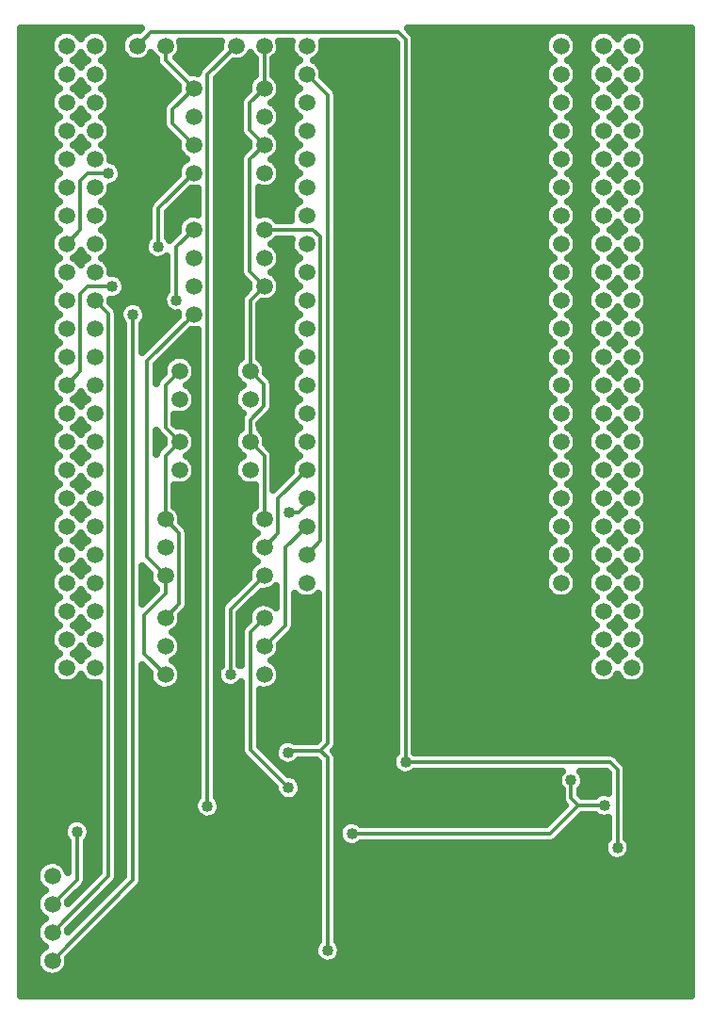
<source format=gbr>
G04 DipTrace 2.2.0.9*
%INBottom.gbr*%
%MOIN*%
%ADD13C,0.013*%
%ADD14C,0.025*%
%ADD15C,0.0591*%
%ADD17C,0.0591*%
%ADD23C,0.04*%
%FSLAX44Y44*%
%SFA1B1*%
%OFA0B0*%
G04*
G70*
G90*
G75*
G01*
%LNBottom*%
%LPD*%
X10437Y28437D2*
D13*
X8782Y26782D1*
Y19842D1*
X9437Y19187D1*
X11737Y15687D2*
Y17987D1*
X12937Y19187D1*
X9437D2*
Y18552D1*
X8687Y17802D1*
Y16437D1*
X9437Y15687D1*
X7427Y33427D2*
X6687D1*
X6427Y33167D1*
Y31427D1*
X5937Y30937D1*
X9177Y30832D2*
Y32177D1*
X10437Y33437D1*
X7562Y29427D2*
X6687D1*
X6427Y29167D1*
Y26427D1*
X5937Y25937D1*
X23802Y11942D2*
Y11322D1*
X24061Y11062D1*
X24986D1*
X16037Y10057D2*
X23056D1*
X24061Y11062D1*
X10927Y11037D2*
Y36927D1*
X11937Y37937D1*
X12937Y17687D2*
X12447Y17197D1*
Y13027D1*
X13792Y11682D1*
X6312Y10117D2*
Y8437D1*
X5437Y7562D1*
X9437Y37937D2*
Y37437D1*
X10437Y36437D1*
X12937Y37937D2*
Y36437D1*
X9437Y17687D2*
X9927Y18177D1*
Y20697D1*
X9437Y21187D1*
X10437Y36437D2*
X9697Y35697D1*
Y35177D1*
X10437Y34437D1*
X12437Y23937D2*
X12937Y23437D1*
Y21187D1*
X12437Y26437D2*
X12927Y25947D1*
Y25192D1*
X12437Y24702D1*
Y23937D1*
X12937Y29437D2*
X12437Y28937D1*
Y26437D1*
X12937Y34437D2*
X12427Y33927D1*
Y29947D1*
X12937Y29437D1*
Y36437D2*
X12427Y35927D1*
Y34947D1*
X12937Y34437D1*
X9937Y23937D2*
X9437Y24437D1*
Y25937D1*
X9937Y26437D1*
X9437Y21187D2*
Y23437D1*
X9937Y23937D1*
X25437Y9562D2*
Y12337D1*
X25177Y12596D1*
X17937D1*
Y38167D1*
X17677Y38427D1*
X8927D1*
X8437Y37937D1*
X13781Y12937D2*
Y13002D1*
X14927D1*
X15187Y13262D1*
Y36187D1*
X14437Y36937D1*
X14927Y13002D2*
X15187Y12742D1*
Y5937D1*
X13781Y12937D2*
D3*
X14437Y22937D2*
X13427Y21927D1*
Y20677D1*
X12937Y20187D1*
X13822Y21427D2*
X14142D1*
X14437Y21722D1*
Y21937D1*
Y20937D2*
X13687Y20187D1*
Y17437D1*
X12937Y16687D1*
X8292Y28427D2*
Y8417D1*
X5437Y5562D1*
X9832Y28937D2*
Y30832D1*
X10437Y31437D1*
X6937Y28937D2*
X7427Y28447D1*
Y8552D1*
X5437Y6562D1*
X12937Y31437D2*
X14667D1*
X14927Y31177D1*
Y20427D1*
X14437Y19937D1*
D23*
X11737Y15687D3*
X7427Y33427D3*
X9177Y30832D3*
X7562Y29427D3*
X24986Y11062D3*
X10927Y11037D3*
X16037Y10057D3*
X23802Y11942D3*
X6312Y10117D3*
X13792Y11682D3*
X17937Y12596D3*
X25437Y9562D3*
X13781Y12937D3*
X15187Y5937D3*
X13822Y21427D3*
X9832Y28937D3*
X8292Y28427D3*
X4337Y38313D2*
D14*
X5496D1*
X6378D2*
X6495D1*
X7378D2*
X7996D1*
X18257D2*
X22996D1*
X23878D2*
X24496D1*
X25378D2*
X25495D1*
X26378D2*
X28039D1*
X4337Y38065D2*
X5367D1*
X7507D2*
X7867D1*
X10007D2*
X11367D1*
X13507D2*
X13867D1*
X15007D2*
X17547D1*
X18292D2*
X22867D1*
X24007D2*
X24367D1*
X26507D2*
X28039D1*
X4337Y37816D2*
X5367D1*
X7507D2*
X7867D1*
X10007D2*
X11324D1*
X13507D2*
X13867D1*
X15007D2*
X17582D1*
X18292D2*
X22867D1*
X24007D2*
X24367D1*
X26507D2*
X28039D1*
X4337Y37567D2*
X5492D1*
X6382D2*
X6489D1*
X7382D2*
X7992D1*
X8882D2*
X8989D1*
X9882D2*
X11074D1*
X12382D2*
X12489D1*
X13382D2*
X13992D1*
X14882D2*
X17582D1*
X18292D2*
X22992D1*
X23882D2*
X24492D1*
X25382D2*
X25489D1*
X26382D2*
X28039D1*
X4337Y37319D2*
X5504D1*
X6370D2*
X6500D1*
X7370D2*
X9105D1*
X10046D2*
X10828D1*
X11812D2*
X12582D1*
X13292D2*
X14004D1*
X14870D2*
X17582D1*
X18292D2*
X23004D1*
X23870D2*
X24504D1*
X25370D2*
X25500D1*
X26370D2*
X28039D1*
X4337Y37070D2*
X5367D1*
X7507D2*
X9312D1*
X10296D2*
X10605D1*
X11562D2*
X12582D1*
X13292D2*
X13867D1*
X15007D2*
X17582D1*
X18292D2*
X22867D1*
X24007D2*
X24367D1*
X26507D2*
X28039D1*
X4337Y36821D2*
X5363D1*
X7511D2*
X9562D1*
X11312D2*
X12504D1*
X13370D2*
X13863D1*
X15046D2*
X17582D1*
X18292D2*
X22863D1*
X24011D2*
X24363D1*
X26511D2*
X28039D1*
X4337Y36573D2*
X5488D1*
X6386D2*
X6490D1*
X7386D2*
X9808D1*
X11280D2*
X12367D1*
X13507D2*
X13988D1*
X15292D2*
X17582D1*
X18292D2*
X22988D1*
X23886D2*
X24488D1*
X25386D2*
X25490D1*
X26386D2*
X28039D1*
X4337Y36324D2*
X5508D1*
X6366D2*
X6506D1*
X7366D2*
X9832D1*
X11280D2*
X12332D1*
X13511D2*
X14008D1*
X15511D2*
X17582D1*
X18292D2*
X23008D1*
X23866D2*
X24508D1*
X25366D2*
X25506D1*
X26366D2*
X28039D1*
X4337Y36075D2*
X5371D1*
X7503D2*
X9582D1*
X11280D2*
X12109D1*
X13390D2*
X13871D1*
X15542D2*
X17582D1*
X18292D2*
X22871D1*
X24003D2*
X24371D1*
X26503D2*
X28039D1*
X4337Y35826D2*
X5363D1*
X7511D2*
X9367D1*
X11280D2*
X12074D1*
X13366D2*
X13863D1*
X15542D2*
X17582D1*
X18292D2*
X22863D1*
X24011D2*
X24363D1*
X26511D2*
X28039D1*
X4337Y35578D2*
X5484D1*
X6390D2*
X6485D1*
X7390D2*
X9344D1*
X11280D2*
X12074D1*
X13503D2*
X13984D1*
X15542D2*
X17582D1*
X18292D2*
X22984D1*
X23890D2*
X24484D1*
X25390D2*
X25485D1*
X26390D2*
X28039D1*
X4337Y35329D2*
X5512D1*
X6362D2*
X6512D1*
X7362D2*
X9344D1*
X11280D2*
X12074D1*
X13511D2*
X14012D1*
X15542D2*
X17582D1*
X18292D2*
X23012D1*
X23862D2*
X24512D1*
X25362D2*
X25512D1*
X26362D2*
X28039D1*
X4337Y35080D2*
X5371D1*
X7503D2*
X9355D1*
X11280D2*
X12074D1*
X13394D2*
X13871D1*
X15542D2*
X17582D1*
X18292D2*
X22871D1*
X24003D2*
X24371D1*
X26503D2*
X28039D1*
X4337Y34832D2*
X5363D1*
X7511D2*
X9551D1*
X11280D2*
X12094D1*
X13358D2*
X13863D1*
X15542D2*
X17582D1*
X18292D2*
X22863D1*
X24011D2*
X24363D1*
X26511D2*
X28039D1*
X4337Y34583D2*
X5476D1*
X6398D2*
X6481D1*
X7398D2*
X9801D1*
X11280D2*
X12301D1*
X13503D2*
X13976D1*
X15542D2*
X17582D1*
X18292D2*
X22976D1*
X23898D2*
X24476D1*
X25398D2*
X25481D1*
X26398D2*
X28039D1*
X4337Y34334D2*
X5516D1*
X6358D2*
X6519D1*
X7358D2*
X9863D1*
X11280D2*
X12344D1*
X13511D2*
X14016D1*
X15542D2*
X17582D1*
X18292D2*
X23016D1*
X23858D2*
X24516D1*
X25358D2*
X25519D1*
X26358D2*
X28039D1*
X4337Y34086D2*
X5371D1*
X7503D2*
X9976D1*
X11280D2*
X12113D1*
X13398D2*
X13871D1*
X15542D2*
X17582D1*
X18292D2*
X22871D1*
X24003D2*
X24371D1*
X26503D2*
X28039D1*
X4337Y33837D2*
X5359D1*
X7671D2*
X10019D1*
X11280D2*
X12074D1*
X13355D2*
X13859D1*
X15542D2*
X17582D1*
X18292D2*
X22859D1*
X24015D2*
X24359D1*
X26515D2*
X28039D1*
X4337Y33588D2*
X5473D1*
X7890D2*
X9871D1*
X11280D2*
X12074D1*
X13503D2*
X13973D1*
X15542D2*
X17582D1*
X18292D2*
X22973D1*
X23901D2*
X24473D1*
X26401D2*
X28039D1*
X4337Y33340D2*
X5523D1*
X7909D2*
X9848D1*
X11280D2*
X12074D1*
X13515D2*
X14023D1*
X15542D2*
X17582D1*
X18292D2*
X23023D1*
X23851D2*
X24523D1*
X25351D2*
X25526D1*
X26351D2*
X28039D1*
X4337Y33091D2*
X5375D1*
X7773D2*
X9601D1*
X11280D2*
X12074D1*
X13401D2*
X13875D1*
X15542D2*
X17582D1*
X18292D2*
X22875D1*
X23999D2*
X24375D1*
X26499D2*
X28039D1*
X4337Y32842D2*
X5359D1*
X7515D2*
X9351D1*
X10335D2*
X10574D1*
X11280D2*
X12074D1*
X12780D2*
X13859D1*
X15542D2*
X17582D1*
X18292D2*
X22859D1*
X24015D2*
X24359D1*
X26515D2*
X28039D1*
X4337Y32594D2*
X5469D1*
X7405D2*
X9101D1*
X10085D2*
X10574D1*
X11280D2*
X12074D1*
X12780D2*
X13969D1*
X15542D2*
X17582D1*
X18292D2*
X22969D1*
X23905D2*
X24469D1*
X26405D2*
X28039D1*
X4337Y32345D2*
X5527D1*
X7347D2*
X8867D1*
X9835D2*
X10574D1*
X11280D2*
X12074D1*
X12780D2*
X14027D1*
X15542D2*
X17582D1*
X18292D2*
X23027D1*
X23847D2*
X24527D1*
X25347D2*
X25526D1*
X26347D2*
X28039D1*
X4337Y32096D2*
X5375D1*
X7499D2*
X8824D1*
X9589D2*
X10574D1*
X11280D2*
X12074D1*
X12780D2*
X13875D1*
X15542D2*
X17582D1*
X18292D2*
X22875D1*
X23999D2*
X24375D1*
X26499D2*
X28039D1*
X4337Y31847D2*
X5359D1*
X7515D2*
X8824D1*
X9530D2*
X10031D1*
X11280D2*
X12074D1*
X13343D2*
X13859D1*
X15542D2*
X17582D1*
X18292D2*
X22859D1*
X24015D2*
X24359D1*
X26515D2*
X28039D1*
X4337Y31599D2*
X5465D1*
X7409D2*
X8824D1*
X9530D2*
X9875D1*
X11280D2*
X12074D1*
X15542D2*
X17582D1*
X18292D2*
X22965D1*
X23909D2*
X24465D1*
X26409D2*
X28039D1*
X4337Y31350D2*
X5535D1*
X7339D2*
X8824D1*
X9530D2*
X9859D1*
X11280D2*
X12074D1*
X15542D2*
X17582D1*
X18292D2*
X23035D1*
X23839D2*
X24535D1*
X25339D2*
X25533D1*
X26339D2*
X28039D1*
X4337Y31101D2*
X5375D1*
X7499D2*
X8773D1*
X11280D2*
X12074D1*
X13409D2*
X13875D1*
X15542D2*
X17582D1*
X18292D2*
X22875D1*
X23999D2*
X24375D1*
X26499D2*
X28039D1*
X4337Y30853D2*
X5359D1*
X7515D2*
X8687D1*
X11280D2*
X12074D1*
X13339D2*
X13859D1*
X15542D2*
X17582D1*
X18292D2*
X22859D1*
X24015D2*
X24359D1*
X26515D2*
X28039D1*
X4337Y30604D2*
X5461D1*
X7413D2*
X8746D1*
X11280D2*
X12074D1*
X13495D2*
X13961D1*
X15542D2*
X17582D1*
X18292D2*
X22961D1*
X23913D2*
X24461D1*
X26413D2*
X28039D1*
X4337Y30355D2*
X5539D1*
X6335D2*
X6539D1*
X7335D2*
X9476D1*
X11280D2*
X12074D1*
X13515D2*
X14039D1*
X15542D2*
X17582D1*
X18292D2*
X23039D1*
X23835D2*
X24539D1*
X25335D2*
X25539D1*
X26335D2*
X28039D1*
X4337Y30107D2*
X5379D1*
X7495D2*
X9476D1*
X11280D2*
X12074D1*
X13413D2*
X13879D1*
X15542D2*
X17582D1*
X18292D2*
X22879D1*
X23995D2*
X24379D1*
X26495D2*
X28039D1*
X4337Y29858D2*
X5359D1*
X7761D2*
X9476D1*
X11280D2*
X12086D1*
X13331D2*
X13859D1*
X15542D2*
X17582D1*
X18292D2*
X22859D1*
X24015D2*
X24359D1*
X26515D2*
X28039D1*
X4337Y29609D2*
X5457D1*
X8015D2*
X9476D1*
X11280D2*
X12273D1*
X13495D2*
X13957D1*
X15542D2*
X17582D1*
X18292D2*
X22957D1*
X23917D2*
X24457D1*
X26417D2*
X28039D1*
X4337Y29361D2*
X5547D1*
X8046D2*
X9476D1*
X11280D2*
X12355D1*
X13519D2*
X14047D1*
X15542D2*
X17582D1*
X18292D2*
X23047D1*
X23827D2*
X24547D1*
X25327D2*
X25547D1*
X26327D2*
X28039D1*
X4337Y29112D2*
X5379D1*
X7929D2*
X9375D1*
X11280D2*
X12133D1*
X13417D2*
X13879D1*
X15542D2*
X17582D1*
X18292D2*
X22879D1*
X23995D2*
X24379D1*
X26495D2*
X28039D1*
X4337Y28863D2*
X5355D1*
X7519D2*
X8105D1*
X8480D2*
X9348D1*
X11280D2*
X12082D1*
X12855D2*
X13855D1*
X15542D2*
X17582D1*
X18292D2*
X22855D1*
X24019D2*
X24355D1*
X26519D2*
X28039D1*
X4337Y28615D2*
X5453D1*
X7737D2*
X7838D1*
X8741D2*
X9473D1*
X11280D2*
X12082D1*
X12792D2*
X13953D1*
X15542D2*
X17582D1*
X18292D2*
X22953D1*
X23921D2*
X24453D1*
X26421D2*
X28039D1*
X4337Y28366D2*
X5551D1*
X8776D2*
X9855D1*
X11280D2*
X12082D1*
X12792D2*
X14051D1*
X15542D2*
X17582D1*
X18292D2*
X23051D1*
X23823D2*
X24551D1*
X25323D2*
X25551D1*
X26323D2*
X28039D1*
X4337Y28117D2*
X5383D1*
X7780D2*
X7922D1*
X8663D2*
X9625D1*
X11280D2*
X12082D1*
X12792D2*
X13883D1*
X15542D2*
X17582D1*
X18292D2*
X22883D1*
X23991D2*
X24383D1*
X26491D2*
X28039D1*
X4337Y27868D2*
X5355D1*
X7780D2*
X7937D1*
X8648D2*
X9379D1*
X10358D2*
X10574D1*
X11280D2*
X12082D1*
X12792D2*
X13855D1*
X15542D2*
X17582D1*
X18292D2*
X22855D1*
X24019D2*
X24355D1*
X26519D2*
X28039D1*
X4337Y27620D2*
X5449D1*
X7780D2*
X7937D1*
X8648D2*
X9129D1*
X10112D2*
X10574D1*
X11280D2*
X12082D1*
X12792D2*
X13949D1*
X15542D2*
X17582D1*
X18292D2*
X22949D1*
X23925D2*
X24449D1*
X26425D2*
X28039D1*
X4337Y27371D2*
X5558D1*
X7780D2*
X7937D1*
X8648D2*
X8879D1*
X9862D2*
X10574D1*
X11280D2*
X12082D1*
X12792D2*
X14058D1*
X15542D2*
X17582D1*
X18292D2*
X23058D1*
X23816D2*
X24558D1*
X25316D2*
X25558D1*
X26316D2*
X28039D1*
X4337Y27122D2*
X5383D1*
X7780D2*
X7937D1*
X9612D2*
X10574D1*
X11280D2*
X12082D1*
X12792D2*
X13883D1*
X15542D2*
X17582D1*
X18292D2*
X22883D1*
X23991D2*
X24383D1*
X26491D2*
X28039D1*
X4337Y26874D2*
X5355D1*
X7780D2*
X7937D1*
X9366D2*
X9562D1*
X10312D2*
X10574D1*
X11280D2*
X12062D1*
X12812D2*
X13855D1*
X15542D2*
X17582D1*
X18292D2*
X22855D1*
X24019D2*
X24355D1*
X26519D2*
X28039D1*
X4337Y26625D2*
X5445D1*
X7780D2*
X7937D1*
X9136D2*
X9383D1*
X10491D2*
X10576D1*
X11280D2*
X11883D1*
X12991D2*
X13945D1*
X15542D2*
X17582D1*
X18292D2*
X22945D1*
X23929D2*
X24445D1*
X26429D2*
X28039D1*
X4337Y26376D2*
X5566D1*
X7780D2*
X7937D1*
X9136D2*
X9355D1*
X11280D2*
X11855D1*
X13019D2*
X14066D1*
X15542D2*
X17582D1*
X18292D2*
X23066D1*
X23808D2*
X24566D1*
X25308D2*
X25566D1*
X26308D2*
X28039D1*
X4337Y26128D2*
X5387D1*
X7780D2*
X7937D1*
X10429D2*
X10574D1*
X11280D2*
X11945D1*
X13230D2*
X13887D1*
X15542D2*
X17582D1*
X18292D2*
X22887D1*
X23987D2*
X24387D1*
X26487D2*
X28039D1*
X4337Y25879D2*
X5355D1*
X7780D2*
X7937D1*
X10308D2*
X10574D1*
X11280D2*
X12066D1*
X13280D2*
X13855D1*
X15542D2*
X17582D1*
X18292D2*
X22855D1*
X24019D2*
X24355D1*
X26519D2*
X28039D1*
X4337Y25630D2*
X5445D1*
X7780D2*
X7937D1*
X10487D2*
X10574D1*
X11280D2*
X11887D1*
X13280D2*
X13945D1*
X15542D2*
X17582D1*
X18292D2*
X22945D1*
X23929D2*
X24445D1*
X26429D2*
X28039D1*
X4337Y25382D2*
X5570D1*
X6304D2*
X6570D1*
X7780D2*
X7937D1*
X11280D2*
X11855D1*
X13280D2*
X14070D1*
X15542D2*
X17582D1*
X18292D2*
X23070D1*
X23804D2*
X24570D1*
X25304D2*
X25570D1*
X26304D2*
X28039D1*
X4337Y25133D2*
X5387D1*
X7780D2*
X7937D1*
X10433D2*
X10574D1*
X11280D2*
X11941D1*
X13276D2*
X13887D1*
X15542D2*
X17582D1*
X18292D2*
X22887D1*
X23987D2*
X24387D1*
X26487D2*
X28039D1*
X4337Y24884D2*
X5355D1*
X7780D2*
X7937D1*
X10050D2*
X10574D1*
X11280D2*
X12137D1*
X13112D2*
X13855D1*
X15542D2*
X17582D1*
X18292D2*
X22855D1*
X24019D2*
X24355D1*
X26519D2*
X28039D1*
X4337Y24635D2*
X5441D1*
X7780D2*
X7937D1*
X9792D2*
X10574D1*
X11280D2*
X12082D1*
X12862D2*
X13941D1*
X15542D2*
X17582D1*
X18292D2*
X22941D1*
X23933D2*
X24441D1*
X26433D2*
X28039D1*
X4337Y24387D2*
X5578D1*
X6296D2*
X6578D1*
X7780D2*
X7937D1*
X10296D2*
X10574D1*
X11280D2*
X12078D1*
X12796D2*
X14078D1*
X15542D2*
X17582D1*
X18292D2*
X23078D1*
X23796D2*
X24578D1*
X25296D2*
X25578D1*
X26296D2*
X28039D1*
X4337Y24138D2*
X5391D1*
X7780D2*
X7937D1*
X9136D2*
X9246D1*
X10483D2*
X10573D1*
X11280D2*
X11891D1*
X12983D2*
X13891D1*
X15542D2*
X17582D1*
X18292D2*
X22891D1*
X23983D2*
X24391D1*
X26483D2*
X28039D1*
X4337Y23889D2*
X5355D1*
X7780D2*
X7937D1*
X9136D2*
X9355D1*
X11280D2*
X11855D1*
X13019D2*
X13855D1*
X15542D2*
X17582D1*
X18292D2*
X22855D1*
X24019D2*
X24355D1*
X26519D2*
X28039D1*
X4337Y23641D2*
X5437D1*
X7780D2*
X7937D1*
X10437D2*
X10574D1*
X11280D2*
X11937D1*
X13222D2*
X13937D1*
X15542D2*
X17582D1*
X18292D2*
X22937D1*
X23937D2*
X24437D1*
X26437D2*
X28039D1*
X4337Y23392D2*
X5586D1*
X6288D2*
X6586D1*
X7780D2*
X7937D1*
X10288D2*
X10574D1*
X11280D2*
X12086D1*
X13292D2*
X14086D1*
X15542D2*
X17582D1*
X18292D2*
X23086D1*
X23788D2*
X24586D1*
X25288D2*
X25586D1*
X26288D2*
X28039D1*
X4337Y23143D2*
X5391D1*
X7780D2*
X7937D1*
X10483D2*
X10573D1*
X11280D2*
X11891D1*
X13292D2*
X13891D1*
X15542D2*
X17582D1*
X18292D2*
X22891D1*
X23983D2*
X24391D1*
X26483D2*
X28039D1*
X4337Y22895D2*
X5355D1*
X7780D2*
X7937D1*
X11280D2*
X11855D1*
X13292D2*
X13855D1*
X15542D2*
X17582D1*
X18292D2*
X22855D1*
X24019D2*
X24355D1*
X26519D2*
X28039D1*
X4337Y22646D2*
X5433D1*
X7780D2*
X7937D1*
X10441D2*
X10574D1*
X11280D2*
X11933D1*
X13292D2*
X13656D1*
X15542D2*
X17582D1*
X18292D2*
X22933D1*
X23941D2*
X24433D1*
X26441D2*
X28039D1*
X4337Y22397D2*
X5594D1*
X6280D2*
X6594D1*
X7780D2*
X7937D1*
X10112D2*
X10574D1*
X11280D2*
X12262D1*
X13292D2*
X13404D1*
X15542D2*
X17582D1*
X18292D2*
X23094D1*
X23780D2*
X24594D1*
X25280D2*
X25594D1*
X26280D2*
X28039D1*
X4337Y22149D2*
X5394D1*
X7780D2*
X7937D1*
X9792D2*
X10574D1*
X11280D2*
X12582D1*
X15542D2*
X17582D1*
X18292D2*
X22894D1*
X23980D2*
X24394D1*
X26480D2*
X28039D1*
X4337Y21900D2*
X5351D1*
X7780D2*
X7937D1*
X9792D2*
X10574D1*
X11280D2*
X12582D1*
X15542D2*
X17582D1*
X18292D2*
X22851D1*
X24023D2*
X24351D1*
X26523D2*
X28039D1*
X4337Y21651D2*
X5430D1*
X7780D2*
X7937D1*
X9792D2*
X10574D1*
X11280D2*
X12582D1*
X15542D2*
X17582D1*
X18292D2*
X22930D1*
X23944D2*
X24430D1*
X26444D2*
X28039D1*
X4337Y21403D2*
X5601D1*
X6273D2*
X6601D1*
X7780D2*
X7937D1*
X9980D2*
X10574D1*
X11280D2*
X12394D1*
X15542D2*
X17582D1*
X18292D2*
X23101D1*
X23773D2*
X24601D1*
X25273D2*
X25601D1*
X26273D2*
X28039D1*
X4337Y21154D2*
X5394D1*
X7780D2*
X7937D1*
X10023D2*
X10574D1*
X11280D2*
X12351D1*
X15542D2*
X17582D1*
X18292D2*
X22894D1*
X23980D2*
X24394D1*
X26480D2*
X28039D1*
X4337Y20905D2*
X5351D1*
X7780D2*
X7937D1*
X10206D2*
X10574D1*
X11280D2*
X12430D1*
X15542D2*
X17582D1*
X18292D2*
X22851D1*
X24023D2*
X24351D1*
X26523D2*
X28039D1*
X4337Y20656D2*
X5426D1*
X7780D2*
X7937D1*
X10280D2*
X10574D1*
X11280D2*
X12605D1*
X15542D2*
X17582D1*
X18292D2*
X22926D1*
X23948D2*
X24426D1*
X26448D2*
X28039D1*
X4337Y20408D2*
X5609D1*
X6265D2*
X6609D1*
X7780D2*
X7937D1*
X10280D2*
X10574D1*
X11280D2*
X12398D1*
X15542D2*
X17582D1*
X18292D2*
X23109D1*
X23765D2*
X24609D1*
X25265D2*
X25609D1*
X26265D2*
X28039D1*
X4337Y20159D2*
X5398D1*
X7780D2*
X7937D1*
X10280D2*
X10574D1*
X11280D2*
X12351D1*
X15542D2*
X17582D1*
X18292D2*
X22898D1*
X23976D2*
X24398D1*
X26476D2*
X28039D1*
X4337Y19910D2*
X5351D1*
X7780D2*
X7937D1*
X10280D2*
X10574D1*
X11280D2*
X12426D1*
X15542D2*
X17582D1*
X18292D2*
X22851D1*
X24023D2*
X24351D1*
X26523D2*
X28039D1*
X4337Y19662D2*
X5426D1*
X7780D2*
X7937D1*
X10280D2*
X10574D1*
X11280D2*
X12613D1*
X15542D2*
X17582D1*
X18292D2*
X22926D1*
X23948D2*
X24426D1*
X26448D2*
X28039D1*
X4337Y19413D2*
X5617D1*
X6257D2*
X6617D1*
X7780D2*
X7937D1*
X10280D2*
X10574D1*
X11280D2*
X12398D1*
X15542D2*
X17582D1*
X18292D2*
X23117D1*
X23757D2*
X24617D1*
X25257D2*
X25617D1*
X26257D2*
X28039D1*
X4337Y19164D2*
X5398D1*
X7780D2*
X7937D1*
X8648D2*
X8851D1*
X10280D2*
X10574D1*
X11280D2*
X12351D1*
X15542D2*
X17582D1*
X18292D2*
X22898D1*
X23976D2*
X24398D1*
X26476D2*
X28039D1*
X4337Y18916D2*
X5351D1*
X7780D2*
X7937D1*
X8648D2*
X8922D1*
X10280D2*
X10574D1*
X11280D2*
X12176D1*
X15542D2*
X17582D1*
X18292D2*
X22851D1*
X24023D2*
X24351D1*
X26523D2*
X28039D1*
X4337Y18667D2*
X5422D1*
X7780D2*
X7937D1*
X8648D2*
X9062D1*
X10280D2*
X10574D1*
X11280D2*
X11926D1*
X13171D2*
X13332D1*
X15542D2*
X17582D1*
X18292D2*
X22922D1*
X23952D2*
X24422D1*
X26452D2*
X28039D1*
X4337Y18418D2*
X5625D1*
X6249D2*
X6625D1*
X7780D2*
X7937D1*
X8648D2*
X8812D1*
X10280D2*
X10574D1*
X11280D2*
X11676D1*
X12659D2*
X13332D1*
X14042D2*
X14199D1*
X14675D2*
X14832D1*
X15542D2*
X17582D1*
X18292D2*
X23199D1*
X23675D2*
X24625D1*
X25249D2*
X25625D1*
X26249D2*
X28039D1*
X4337Y18170D2*
X5402D1*
X7780D2*
X7937D1*
X10280D2*
X10574D1*
X11280D2*
X11437D1*
X12409D2*
X12629D1*
X13245D2*
X13334D1*
X14042D2*
X14832D1*
X15542D2*
X17582D1*
X18292D2*
X24402D1*
X26472D2*
X28039D1*
X4337Y17921D2*
X5351D1*
X7780D2*
X7937D1*
X10163D2*
X10574D1*
X11280D2*
X11381D1*
X12163D2*
X12402D1*
X14042D2*
X14832D1*
X15542D2*
X17582D1*
X18292D2*
X24351D1*
X26523D2*
X28039D1*
X4337Y17672D2*
X5418D1*
X7780D2*
X7937D1*
X10023D2*
X10574D1*
X11280D2*
X11381D1*
X12093D2*
X12351D1*
X14042D2*
X14832D1*
X15542D2*
X17582D1*
X18292D2*
X24418D1*
X26456D2*
X28039D1*
X4337Y17424D2*
X5633D1*
X6241D2*
X6633D1*
X7780D2*
X7937D1*
X9956D2*
X10574D1*
X11280D2*
X11381D1*
X12093D2*
X12184D1*
X14042D2*
X14832D1*
X15542D2*
X17582D1*
X18292D2*
X24633D1*
X25241D2*
X25633D1*
X26241D2*
X28039D1*
X4337Y17175D2*
X5406D1*
X7780D2*
X7937D1*
X9737D2*
X10574D1*
X11280D2*
X11381D1*
X13917D2*
X14832D1*
X15542D2*
X17582D1*
X18292D2*
X24406D1*
X26468D2*
X28039D1*
X4337Y16926D2*
X5351D1*
X7780D2*
X7937D1*
X9968D2*
X10574D1*
X11280D2*
X11381D1*
X13667D2*
X14832D1*
X15542D2*
X17582D1*
X18292D2*
X24351D1*
X26523D2*
X28039D1*
X4337Y16677D2*
X5414D1*
X7780D2*
X7937D1*
X10023D2*
X10574D1*
X11280D2*
X11381D1*
X13523D2*
X14832D1*
X15542D2*
X17582D1*
X18292D2*
X24414D1*
X26460D2*
X28039D1*
X4337Y16429D2*
X5644D1*
X6230D2*
X6644D1*
X7780D2*
X7937D1*
X9960D2*
X10574D1*
X11280D2*
X11381D1*
X13460D2*
X14832D1*
X15542D2*
X17582D1*
X18292D2*
X24644D1*
X25230D2*
X25644D1*
X26230D2*
X28039D1*
X4337Y16180D2*
X5406D1*
X7780D2*
X7937D1*
X9726D2*
X10574D1*
X11280D2*
X11381D1*
X13226D2*
X14832D1*
X15542D2*
X17582D1*
X18292D2*
X24406D1*
X26468D2*
X28039D1*
X4337Y15931D2*
X5351D1*
X7780D2*
X7937D1*
X9968D2*
X10574D1*
X13468D2*
X14832D1*
X15542D2*
X17582D1*
X18292D2*
X24351D1*
X26523D2*
X28039D1*
X4337Y15683D2*
X5414D1*
X7780D2*
X7937D1*
X8648D2*
X8851D1*
X10023D2*
X10574D1*
X13523D2*
X14832D1*
X15542D2*
X17582D1*
X18292D2*
X24414D1*
X26460D2*
X28039D1*
X4337Y15434D2*
X5664D1*
X6210D2*
X6664D1*
X7780D2*
X7937D1*
X8648D2*
X8914D1*
X9960D2*
X10574D1*
X13460D2*
X14832D1*
X15542D2*
X17582D1*
X18292D2*
X24664D1*
X25210D2*
X25664D1*
X26210D2*
X28039D1*
X4337Y15185D2*
X7074D1*
X7780D2*
X7937D1*
X8648D2*
X9164D1*
X9710D2*
X10574D1*
X11280D2*
X12094D1*
X13210D2*
X14832D1*
X15542D2*
X17582D1*
X18292D2*
X28039D1*
X4337Y14937D2*
X7074D1*
X7780D2*
X7937D1*
X8648D2*
X10574D1*
X11280D2*
X12094D1*
X12800D2*
X14832D1*
X15542D2*
X17582D1*
X18292D2*
X28039D1*
X4337Y14688D2*
X7074D1*
X7780D2*
X7937D1*
X8648D2*
X10574D1*
X11280D2*
X12094D1*
X12800D2*
X14832D1*
X15542D2*
X17582D1*
X18292D2*
X28039D1*
X4337Y14439D2*
X7074D1*
X7780D2*
X7937D1*
X8648D2*
X10574D1*
X11280D2*
X12094D1*
X12800D2*
X14832D1*
X15542D2*
X17582D1*
X18292D2*
X28039D1*
X4337Y14191D2*
X7074D1*
X7780D2*
X7937D1*
X8648D2*
X10574D1*
X11280D2*
X12094D1*
X12800D2*
X14832D1*
X15542D2*
X17582D1*
X18292D2*
X28039D1*
X4337Y13942D2*
X7074D1*
X7780D2*
X7937D1*
X8648D2*
X10574D1*
X11280D2*
X12094D1*
X12800D2*
X14832D1*
X15542D2*
X17582D1*
X18292D2*
X28039D1*
X4337Y13693D2*
X7074D1*
X7780D2*
X7937D1*
X8648D2*
X10574D1*
X11280D2*
X12094D1*
X12800D2*
X14832D1*
X15542D2*
X17582D1*
X18292D2*
X28039D1*
X4337Y13445D2*
X7074D1*
X7780D2*
X7937D1*
X8648D2*
X10574D1*
X11280D2*
X12094D1*
X12800D2*
X14832D1*
X15542D2*
X17582D1*
X18292D2*
X28039D1*
X4337Y13196D2*
X7074D1*
X7780D2*
X7937D1*
X8648D2*
X10574D1*
X11280D2*
X12094D1*
X12800D2*
X13371D1*
X15534D2*
X17582D1*
X18292D2*
X28039D1*
X4337Y12947D2*
X7074D1*
X7780D2*
X7937D1*
X8648D2*
X10574D1*
X11280D2*
X12101D1*
X13019D2*
X13293D1*
X15472D2*
X17582D1*
X18292D2*
X28039D1*
X4337Y12698D2*
X7074D1*
X7780D2*
X7937D1*
X8648D2*
X10574D1*
X11280D2*
X12285D1*
X13265D2*
X13360D1*
X15542D2*
X17457D1*
X25566D2*
X28039D1*
X4337Y12450D2*
X7074D1*
X7780D2*
X7937D1*
X8648D2*
X10574D1*
X11280D2*
X12531D1*
X13515D2*
X14832D1*
X15542D2*
X17473D1*
X25773D2*
X28039D1*
X4337Y12201D2*
X7074D1*
X7780D2*
X7937D1*
X8648D2*
X10574D1*
X11280D2*
X12781D1*
X13765D2*
X14832D1*
X15542D2*
X17668D1*
X18206D2*
X23391D1*
X24214D2*
X25082D1*
X25792D2*
X28039D1*
X4337Y11952D2*
X7074D1*
X7780D2*
X7937D1*
X8648D2*
X10574D1*
X11280D2*
X13031D1*
X14194D2*
X14832D1*
X15542D2*
X23312D1*
X24292D2*
X25082D1*
X25792D2*
X28039D1*
X4337Y11704D2*
X7074D1*
X7780D2*
X7937D1*
X8648D2*
X10574D1*
X11280D2*
X13277D1*
X14280D2*
X14832D1*
X15542D2*
X23379D1*
X24226D2*
X25082D1*
X25792D2*
X28039D1*
X4337Y11455D2*
X7074D1*
X7780D2*
X7937D1*
X8648D2*
X10574D1*
X11280D2*
X13359D1*
X14222D2*
X14832D1*
X15542D2*
X23445D1*
X24159D2*
X24715D1*
X25792D2*
X28039D1*
X4337Y11206D2*
X7074D1*
X7780D2*
X7937D1*
X8648D2*
X10469D1*
X11386D2*
X14832D1*
X15542D2*
X23469D1*
X25792D2*
X28039D1*
X4337Y10958D2*
X7074D1*
X7780D2*
X7937D1*
X8648D2*
X10445D1*
X11409D2*
X14832D1*
X15542D2*
X23465D1*
X25792D2*
X28039D1*
X4337Y10709D2*
X7074D1*
X7780D2*
X7937D1*
X8648D2*
X10574D1*
X11280D2*
X14832D1*
X15542D2*
X23219D1*
X24198D2*
X24660D1*
X25792D2*
X28039D1*
X4337Y10460D2*
X5973D1*
X6651D2*
X7074D1*
X7780D2*
X7937D1*
X8648D2*
X14832D1*
X15542D2*
X15781D1*
X16292D2*
X22969D1*
X23952D2*
X25082D1*
X25792D2*
X28039D1*
X4337Y10212D2*
X5832D1*
X6792D2*
X7074D1*
X7780D2*
X7937D1*
X8648D2*
X14832D1*
X23702D2*
X25082D1*
X25792D2*
X28039D1*
X4337Y9963D2*
X5848D1*
X6776D2*
X7074D1*
X7780D2*
X7937D1*
X8648D2*
X14832D1*
X23452D2*
X25082D1*
X25792D2*
X28039D1*
X4337Y9714D2*
X5957D1*
X6667D2*
X7074D1*
X7780D2*
X7937D1*
X8648D2*
X14832D1*
X15542D2*
X15699D1*
X16374D2*
X24973D1*
X25901D2*
X28039D1*
X4337Y9466D2*
X5957D1*
X6667D2*
X7074D1*
X7780D2*
X7937D1*
X8648D2*
X14832D1*
X15542D2*
X24957D1*
X25917D2*
X28039D1*
X4337Y9217D2*
X5957D1*
X6667D2*
X7074D1*
X7780D2*
X7937D1*
X8648D2*
X14832D1*
X15542D2*
X25101D1*
X25773D2*
X28039D1*
X4337Y8968D2*
X5027D1*
X5847D2*
X5958D1*
X6667D2*
X7074D1*
X7780D2*
X7937D1*
X8648D2*
X14832D1*
X15542D2*
X28039D1*
X4337Y8719D2*
X4875D1*
X6667D2*
X7074D1*
X7780D2*
X7937D1*
X8648D2*
X14832D1*
X15542D2*
X28039D1*
X4337Y8471D2*
X4859D1*
X6667D2*
X6855D1*
X7773D2*
X7856D1*
X8648D2*
X14832D1*
X15542D2*
X28039D1*
X4337Y8222D2*
X4969D1*
X8581D2*
X14832D1*
X15542D2*
X28039D1*
X4337Y7973D2*
X5031D1*
X8339D2*
X14832D1*
X15542D2*
X28039D1*
X4337Y7725D2*
X4875D1*
X8093D2*
X14832D1*
X15542D2*
X28039D1*
X4337Y7476D2*
X4859D1*
X7843D2*
X14832D1*
X15542D2*
X28039D1*
X4337Y7227D2*
X4965D1*
X7593D2*
X14832D1*
X15542D2*
X28039D1*
X4337Y6979D2*
X5039D1*
X7347D2*
X14832D1*
X15542D2*
X28039D1*
X4337Y6730D2*
X4879D1*
X7097D2*
X14832D1*
X15542D2*
X28039D1*
X4337Y6481D2*
X4859D1*
X6847D2*
X14832D1*
X15542D2*
X28039D1*
X4337Y6233D2*
X4961D1*
X6601D2*
X14805D1*
X15569D2*
X28039D1*
X4337Y5984D2*
X5043D1*
X6351D2*
X14699D1*
X15675D2*
X28039D1*
X4337Y5735D2*
X4879D1*
X6101D2*
X14742D1*
X15632D2*
X28039D1*
X4337Y5487D2*
X4855D1*
X6019D2*
X15047D1*
X15326D2*
X28039D1*
X4337Y5238D2*
X4957D1*
X5917D2*
X28039D1*
X4337Y4989D2*
X28039D1*
X4337Y4740D2*
X28039D1*
X4337Y4492D2*
X28039D1*
X9983Y37813D2*
X9942Y37695D1*
X9876Y37589D1*
X9813Y37526D1*
X10353Y36988D1*
X10422Y36997D1*
X10546Y36986D1*
X10602Y36969D1*
X10612Y37023D1*
X10670Y37133D1*
X11382Y37848D1*
X11377Y37927D1*
X11389Y38051D1*
X11404Y38099D1*
X9970Y38097D1*
X9997Y37957D1*
X9983Y37813D1*
X13483Y35313D2*
X13442Y35195D1*
X13376Y35089D1*
X13288Y35001D1*
X13187Y34936D1*
X13273Y34885D1*
X13364Y34800D1*
X13433Y34697D1*
X13479Y34580D1*
X13497Y34437D1*
X13483Y34313D1*
X13442Y34195D1*
X13376Y34089D1*
X13288Y34001D1*
X13187Y33936D1*
X13273Y33885D1*
X13364Y33800D1*
X13433Y33697D1*
X13479Y33580D1*
X13497Y33437D1*
X13483Y33313D1*
X13442Y33195D1*
X13376Y33089D1*
X13288Y33001D1*
X13183Y32934D1*
X13066Y32892D1*
X12942Y32877D1*
X12818Y32890D1*
X12755Y32911D1*
X12757Y31970D1*
X12922Y31997D1*
X13046Y31986D1*
X13165Y31949D1*
X13273Y31885D1*
X13364Y31800D1*
X13388Y31764D1*
X13902Y31767D1*
X13877Y31927D1*
X13889Y32051D1*
X13927Y32170D1*
X13992Y32277D1*
X14078Y32367D1*
X14186Y32437D1*
X14093Y32495D1*
X14004Y32582D1*
X13936Y32686D1*
X13893Y32803D1*
X13877Y32927D1*
X13889Y33051D1*
X13927Y33170D1*
X13992Y33277D1*
X14078Y33367D1*
X14186Y33437D1*
X14093Y33495D1*
X14004Y33582D1*
X13936Y33686D1*
X13893Y33803D1*
X13877Y33927D1*
X13889Y34051D1*
X13927Y34170D1*
X13992Y34277D1*
X14078Y34367D1*
X14186Y34437D1*
X14093Y34495D1*
X14004Y34582D1*
X13936Y34686D1*
X13893Y34803D1*
X13877Y34927D1*
X13889Y35051D1*
X13927Y35170D1*
X13992Y35277D1*
X14078Y35367D1*
X14186Y35437D1*
X14093Y35495D1*
X14004Y35582D1*
X13936Y35686D1*
X13893Y35803D1*
X13877Y35927D1*
X13889Y36051D1*
X13927Y36170D1*
X13992Y36277D1*
X14078Y36367D1*
X14186Y36437D1*
X14093Y36495D1*
X14004Y36582D1*
X13936Y36686D1*
X13893Y36803D1*
X13877Y36927D1*
X13889Y37051D1*
X13927Y37170D1*
X13992Y37277D1*
X14078Y37367D1*
X14186Y37437D1*
X14093Y37495D1*
X14004Y37582D1*
X13936Y37686D1*
X13893Y37803D1*
X13877Y37927D1*
X13889Y38051D1*
X13904Y38099D1*
X13470Y38097D1*
X13497Y37957D1*
X13483Y37813D1*
X13442Y37695D1*
X13376Y37589D1*
X13265Y37486D1*
X13267Y36886D1*
X13364Y36800D1*
X13433Y36697D1*
X13479Y36580D1*
X13497Y36437D1*
X13483Y36313D1*
X13442Y36195D1*
X13376Y36089D1*
X13288Y36001D1*
X13187Y35936D1*
X13273Y35885D1*
X13364Y35800D1*
X13433Y35697D1*
X13479Y35580D1*
X13497Y35437D1*
X13483Y35313D1*
X10599Y32904D2*
X10442Y32877D1*
X10353Y32886D1*
X9507Y32041D1*
Y31158D1*
X9551Y31108D1*
X9583Y31050D1*
X9883Y31350D1*
X9877Y31427D1*
X9889Y31551D1*
X9927Y31670D1*
X9992Y31777D1*
X10078Y31867D1*
X10182Y31936D1*
X10299Y31980D1*
X10422Y31997D1*
X10546Y31986D1*
X10595Y31971D1*
X10597Y32900D1*
X12769Y26887D2*
X12864Y26800D1*
X12933Y26697D1*
X12979Y26580D1*
X12997Y26437D1*
X12988Y26356D1*
X13160Y26180D1*
X13230Y26077D1*
X13257Y25947D1*
Y25192D1*
X13234Y25070D1*
X13160Y24959D1*
X12765Y24564D1*
X12773Y24385D1*
X12864Y24300D1*
X12933Y24197D1*
X12979Y24080D1*
X12997Y23937D1*
X12988Y23856D1*
X13170Y23670D1*
X13240Y23567D1*
X13267Y23437D1*
Y22230D1*
X13882Y22848D1*
X13877Y22927D1*
X13889Y23051D1*
X13927Y23170D1*
X13992Y23277D1*
X14078Y23367D1*
X14186Y23437D1*
X14093Y23495D1*
X14004Y23582D1*
X13936Y23686D1*
X13893Y23803D1*
X13877Y23927D1*
X13889Y24051D1*
X13927Y24170D1*
X13992Y24277D1*
X14078Y24367D1*
X14186Y24437D1*
X14093Y24495D1*
X14004Y24582D1*
X13936Y24686D1*
X13893Y24803D1*
X13877Y24927D1*
X13889Y25051D1*
X13927Y25170D1*
X13992Y25277D1*
X14078Y25367D1*
X14186Y25437D1*
X14093Y25495D1*
X14004Y25582D1*
X13936Y25686D1*
X13893Y25803D1*
X13877Y25927D1*
X13889Y26051D1*
X13927Y26170D1*
X13992Y26277D1*
X14078Y26367D1*
X14186Y26437D1*
X14093Y26495D1*
X14004Y26582D1*
X13936Y26686D1*
X13893Y26803D1*
X13877Y26927D1*
X13889Y27051D1*
X13927Y27170D1*
X13992Y27277D1*
X14078Y27367D1*
X14186Y27437D1*
X14093Y27495D1*
X14004Y27582D1*
X13936Y27686D1*
X13893Y27803D1*
X13877Y27927D1*
X13889Y28051D1*
X13927Y28170D1*
X13992Y28277D1*
X14078Y28367D1*
X14186Y28437D1*
X14093Y28495D1*
X14004Y28582D1*
X13936Y28686D1*
X13893Y28803D1*
X13877Y28927D1*
X13889Y29051D1*
X13927Y29170D1*
X13992Y29277D1*
X14078Y29367D1*
X14186Y29437D1*
X14093Y29495D1*
X14004Y29582D1*
X13936Y29686D1*
X13893Y29803D1*
X13877Y29927D1*
X13889Y30051D1*
X13927Y30170D1*
X13992Y30277D1*
X14078Y30367D1*
X14186Y30437D1*
X14093Y30495D1*
X14004Y30582D1*
X13936Y30686D1*
X13893Y30803D1*
X13877Y30927D1*
X13889Y31051D1*
X13907Y31107D1*
X13390D1*
X13288Y31001D1*
X13187Y30936D1*
X13273Y30885D1*
X13364Y30800D1*
X13433Y30697D1*
X13479Y30580D1*
X13497Y30437D1*
X13483Y30313D1*
X13442Y30195D1*
X13376Y30089D1*
X13288Y30001D1*
X13187Y29936D1*
X13273Y29885D1*
X13364Y29800D1*
X13433Y29697D1*
X13479Y29580D1*
X13497Y29437D1*
X13483Y29313D1*
X13442Y29195D1*
X13376Y29089D1*
X13288Y29001D1*
X13183Y28934D1*
X13066Y28892D1*
X12942Y28877D1*
X12853Y28886D1*
X12764Y28798D1*
X12767Y27062D1*
Y26886D1*
X9386Y23854D2*
X9377Y23927D1*
X9386Y24024D1*
X9204Y24204D1*
X9133Y24310D1*
X9145Y24286D1*
X9112Y24282D1*
Y23497D1*
X9121Y23533D1*
X9180Y23643D1*
X9383Y23850D1*
X9110Y18734D2*
X9004Y18832D1*
X8936Y18936D1*
X8893Y19053D1*
X8877Y19177D1*
X8886Y19274D1*
X8621Y19537D1*
X8622Y18205D1*
X9108Y18690D1*
X13357Y18820D2*
X13288Y18751D1*
X13183Y18684D1*
X13066Y18642D1*
X12942Y18627D1*
X12853Y18636D1*
X12068Y17852D1*
X12066Y16014D1*
X12117Y16027D1*
Y17197D1*
X12140Y17319D1*
X12214Y17430D1*
X12382Y17599D1*
X12377Y17677D1*
X12389Y17801D1*
X12427Y17920D1*
X12492Y18027D1*
X12578Y18117D1*
X12682Y18186D1*
X12799Y18230D1*
X12922Y18247D1*
X13046Y18236D1*
X13165Y18199D1*
X13273Y18135D1*
X13357Y18062D1*
Y18816D1*
X6683Y37440D2*
X6593Y37495D1*
X6504Y37582D1*
X6438Y37683D1*
X6376Y37589D1*
X6288Y37501D1*
X6187Y37436D1*
X6273Y37385D1*
X6364Y37300D1*
X6438Y37186D1*
X6492Y37277D1*
X6578Y37367D1*
X6686Y37437D1*
X6683Y36440D2*
X6593Y36495D1*
X6504Y36582D1*
X6438Y36683D1*
X6376Y36589D1*
X6288Y36501D1*
X6187Y36436D1*
X6273Y36385D1*
X6364Y36300D1*
X6438Y36186D1*
X6492Y36277D1*
X6578Y36367D1*
X6686Y36437D1*
X6683Y35440D2*
X6593Y35495D1*
X6504Y35582D1*
X6438Y35683D1*
X6376Y35589D1*
X6288Y35501D1*
X6187Y35436D1*
X6273Y35385D1*
X6364Y35300D1*
X6438Y35186D1*
X6492Y35277D1*
X6578Y35367D1*
X6686Y35437D1*
X6683Y34440D2*
X6593Y34495D1*
X6504Y34582D1*
X6438Y34683D1*
X6376Y34589D1*
X6288Y34501D1*
X6187Y34436D1*
X6273Y34385D1*
X6364Y34300D1*
X6438Y34186D1*
X6492Y34277D1*
X6578Y34367D1*
X6686Y34437D1*
X6683Y30440D2*
X6593Y30495D1*
X6504Y30582D1*
X6438Y30683D1*
X6376Y30589D1*
X6288Y30501D1*
X6187Y30436D1*
X6273Y30385D1*
X6364Y30300D1*
X6438Y30186D1*
X6492Y30277D1*
X6578Y30367D1*
X6686Y30437D1*
X6683Y25440D2*
X6593Y25495D1*
X6504Y25582D1*
X6438Y25683D1*
X6376Y25589D1*
X6288Y25501D1*
X6187Y25436D1*
X6273Y25385D1*
X6364Y25300D1*
X6438Y25186D1*
X6492Y25277D1*
X6578Y25367D1*
X6686Y25437D1*
X6683Y24440D2*
X6593Y24495D1*
X6504Y24582D1*
X6438Y24683D1*
X6376Y24589D1*
X6288Y24501D1*
X6187Y24436D1*
X6273Y24385D1*
X6364Y24300D1*
X6438Y24186D1*
X6492Y24277D1*
X6578Y24367D1*
X6686Y24437D1*
X6683Y23440D2*
X6593Y23495D1*
X6504Y23582D1*
X6438Y23683D1*
X6376Y23589D1*
X6288Y23501D1*
X6187Y23436D1*
X6273Y23385D1*
X6364Y23300D1*
X6438Y23186D1*
X6492Y23277D1*
X6578Y23367D1*
X6686Y23437D1*
X6683Y22440D2*
X6593Y22495D1*
X6504Y22582D1*
X6438Y22683D1*
X6376Y22589D1*
X6288Y22501D1*
X6187Y22436D1*
X6273Y22385D1*
X6364Y22300D1*
X6438Y22186D1*
X6492Y22277D1*
X6578Y22367D1*
X6686Y22437D1*
X6683Y21440D2*
X6593Y21495D1*
X6504Y21582D1*
X6438Y21683D1*
X6376Y21589D1*
X6288Y21501D1*
X6187Y21436D1*
X6273Y21385D1*
X6364Y21300D1*
X6438Y21186D1*
X6492Y21277D1*
X6578Y21367D1*
X6686Y21437D1*
X6683Y20440D2*
X6593Y20495D1*
X6504Y20582D1*
X6438Y20683D1*
X6376Y20589D1*
X6288Y20501D1*
X6187Y20436D1*
X6273Y20385D1*
X6364Y20300D1*
X6438Y20186D1*
X6492Y20277D1*
X6578Y20367D1*
X6686Y20437D1*
X6683Y19440D2*
X6593Y19495D1*
X6504Y19582D1*
X6438Y19683D1*
X6376Y19589D1*
X6288Y19501D1*
X6187Y19436D1*
X6273Y19385D1*
X6364Y19300D1*
X6438Y19186D1*
X6492Y19277D1*
X6578Y19367D1*
X6686Y19437D1*
X6683Y18440D2*
X6593Y18495D1*
X6504Y18582D1*
X6438Y18683D1*
X6376Y18589D1*
X6288Y18501D1*
X6187Y18436D1*
X6273Y18385D1*
X6364Y18300D1*
X6438Y18186D1*
X6492Y18277D1*
X6578Y18367D1*
X6686Y18437D1*
X6683Y17440D2*
X6593Y17495D1*
X6504Y17582D1*
X6438Y17683D1*
X6376Y17589D1*
X6288Y17501D1*
X6187Y17436D1*
X6273Y17385D1*
X6364Y17300D1*
X6438Y17186D1*
X6492Y17277D1*
X6578Y17367D1*
X6686Y17437D1*
X6683Y16440D2*
X6593Y16495D1*
X6504Y16582D1*
X6438Y16683D1*
X6376Y16589D1*
X6288Y16501D1*
X6187Y16436D1*
X6273Y16385D1*
X6364Y16300D1*
X6438Y16186D1*
X6492Y16277D1*
X6578Y16367D1*
X6686Y16437D1*
X25436Y15685D2*
X25376Y15589D1*
X25288Y15501D1*
X25183Y15434D1*
X25066Y15392D1*
X24942Y15377D1*
X24818Y15390D1*
X24700Y15430D1*
X24593Y15495D1*
X24504Y15582D1*
X24436Y15686D1*
X24393Y15803D1*
X24377Y15927D1*
X24389Y16051D1*
X24427Y16170D1*
X24492Y16277D1*
X24578Y16367D1*
X24686Y16437D1*
X24593Y16495D1*
X24504Y16582D1*
X24436Y16686D1*
X24393Y16803D1*
X24377Y16927D1*
X24389Y17051D1*
X24427Y17170D1*
X24492Y17277D1*
X24578Y17367D1*
X24686Y17437D1*
X24593Y17495D1*
X24504Y17582D1*
X24436Y17686D1*
X24393Y17803D1*
X24377Y17927D1*
X24389Y18051D1*
X24427Y18170D1*
X24492Y18277D1*
X24578Y18367D1*
X24686Y18437D1*
X24593Y18495D1*
X24504Y18582D1*
X24436Y18686D1*
X24393Y18803D1*
X24377Y18927D1*
X24389Y19051D1*
X24427Y19170D1*
X24492Y19277D1*
X24578Y19367D1*
X24686Y19437D1*
X24593Y19495D1*
X24504Y19582D1*
X24436Y19686D1*
X24393Y19803D1*
X24377Y19927D1*
X24389Y20051D1*
X24427Y20170D1*
X24492Y20277D1*
X24578Y20367D1*
X24686Y20437D1*
X24593Y20495D1*
X24504Y20582D1*
X24436Y20686D1*
X24393Y20803D1*
X24377Y20927D1*
X24389Y21051D1*
X24427Y21170D1*
X24492Y21277D1*
X24578Y21367D1*
X24686Y21437D1*
X24593Y21495D1*
X24504Y21582D1*
X24436Y21686D1*
X24393Y21803D1*
X24377Y21927D1*
X24389Y22051D1*
X24427Y22170D1*
X24492Y22277D1*
X24578Y22367D1*
X24686Y22437D1*
X24593Y22495D1*
X24504Y22582D1*
X24436Y22686D1*
X24393Y22803D1*
X24377Y22927D1*
X24389Y23051D1*
X24427Y23170D1*
X24492Y23277D1*
X24578Y23367D1*
X24686Y23437D1*
X24593Y23495D1*
X24504Y23582D1*
X24436Y23686D1*
X24393Y23803D1*
X24377Y23927D1*
X24389Y24051D1*
X24427Y24170D1*
X24492Y24277D1*
X24578Y24367D1*
X24686Y24437D1*
X24593Y24495D1*
X24504Y24582D1*
X24436Y24686D1*
X24393Y24803D1*
X24377Y24927D1*
X24389Y25051D1*
X24427Y25170D1*
X24492Y25277D1*
X24578Y25367D1*
X24686Y25437D1*
X24593Y25495D1*
X24504Y25582D1*
X24436Y25686D1*
X24393Y25803D1*
X24377Y25927D1*
X24389Y26051D1*
X24427Y26170D1*
X24492Y26277D1*
X24578Y26367D1*
X24686Y26437D1*
X24593Y26495D1*
X24504Y26582D1*
X24436Y26686D1*
X24393Y26803D1*
X24377Y26927D1*
X24389Y27051D1*
X24427Y27170D1*
X24492Y27277D1*
X24578Y27367D1*
X24686Y27437D1*
X24593Y27495D1*
X24504Y27582D1*
X24436Y27686D1*
X24393Y27803D1*
X24377Y27927D1*
X24389Y28051D1*
X24427Y28170D1*
X24492Y28277D1*
X24578Y28367D1*
X24686Y28437D1*
X24593Y28495D1*
X24504Y28582D1*
X24436Y28686D1*
X24393Y28803D1*
X24377Y28927D1*
X24389Y29051D1*
X24427Y29170D1*
X24492Y29277D1*
X24578Y29367D1*
X24686Y29437D1*
X24593Y29495D1*
X24504Y29582D1*
X24436Y29686D1*
X24393Y29803D1*
X24377Y29927D1*
X24389Y30051D1*
X24427Y30170D1*
X24492Y30277D1*
X24578Y30367D1*
X24686Y30437D1*
X24593Y30495D1*
X24504Y30582D1*
X24436Y30686D1*
X24393Y30803D1*
X24377Y30927D1*
X24389Y31051D1*
X24427Y31170D1*
X24492Y31277D1*
X24578Y31367D1*
X24686Y31437D1*
X24593Y31495D1*
X24504Y31582D1*
X24436Y31686D1*
X24393Y31803D1*
X24377Y31927D1*
X24389Y32051D1*
X24427Y32170D1*
X24492Y32277D1*
X24578Y32367D1*
X24686Y32437D1*
X24593Y32495D1*
X24504Y32582D1*
X24436Y32686D1*
X24393Y32803D1*
X24377Y32927D1*
X24389Y33051D1*
X24427Y33170D1*
X24492Y33277D1*
X24578Y33367D1*
X24686Y33437D1*
X24593Y33495D1*
X24504Y33582D1*
X24436Y33686D1*
X24393Y33803D1*
X24377Y33927D1*
X24389Y34051D1*
X24427Y34170D1*
X24492Y34277D1*
X24578Y34367D1*
X24686Y34437D1*
X24593Y34495D1*
X24504Y34582D1*
X24436Y34686D1*
X24393Y34803D1*
X24377Y34927D1*
X24389Y35051D1*
X24427Y35170D1*
X24492Y35277D1*
X24578Y35367D1*
X24686Y35437D1*
X24593Y35495D1*
X24504Y35582D1*
X24436Y35686D1*
X24393Y35803D1*
X24377Y35927D1*
X24389Y36051D1*
X24427Y36170D1*
X24492Y36277D1*
X24578Y36367D1*
X24686Y36437D1*
X24593Y36495D1*
X24504Y36582D1*
X24436Y36686D1*
X24393Y36803D1*
X24377Y36927D1*
X24389Y37051D1*
X24427Y37170D1*
X24492Y37277D1*
X24578Y37367D1*
X24686Y37437D1*
X24593Y37495D1*
X24504Y37582D1*
X24436Y37686D1*
X24393Y37803D1*
X24377Y37927D1*
X24389Y38051D1*
X24427Y38170D1*
X24492Y38277D1*
X24578Y38367D1*
X24682Y38436D1*
X24799Y38480D1*
X24922Y38497D1*
X25046Y38486D1*
X25165Y38449D1*
X25273Y38385D1*
X25364Y38300D1*
X25438Y38186D1*
X25492Y38277D1*
X25578Y38367D1*
X25682Y38436D1*
X25799Y38480D1*
X25922Y38497D1*
X26046Y38486D1*
X26165Y38449D1*
X26273Y38385D1*
X26364Y38300D1*
X26433Y38197D1*
X26479Y38080D1*
X26497Y37937D1*
X26483Y37813D1*
X26442Y37695D1*
X26376Y37589D1*
X26288Y37501D1*
X26187Y37436D1*
X26273Y37385D1*
X26364Y37300D1*
X26433Y37197D1*
X26479Y37080D1*
X26497Y36937D1*
X26483Y36813D1*
X26442Y36695D1*
X26376Y36589D1*
X26288Y36501D1*
X26187Y36436D1*
X26273Y36385D1*
X26364Y36300D1*
X26433Y36197D1*
X26479Y36080D1*
X26497Y35937D1*
X26483Y35813D1*
X26442Y35695D1*
X26376Y35589D1*
X26288Y35501D1*
X26187Y35436D1*
X26273Y35385D1*
X26364Y35300D1*
X26433Y35197D1*
X26479Y35080D1*
X26497Y34937D1*
X26483Y34813D1*
X26442Y34695D1*
X26376Y34589D1*
X26288Y34501D1*
X26187Y34436D1*
X26273Y34385D1*
X26364Y34300D1*
X26433Y34197D1*
X26479Y34080D1*
X26497Y33937D1*
X26483Y33813D1*
X26442Y33695D1*
X26376Y33589D1*
X26288Y33501D1*
X26187Y33436D1*
X26273Y33385D1*
X26364Y33300D1*
X26433Y33197D1*
X26479Y33080D1*
X26497Y32937D1*
X26483Y32813D1*
X26442Y32695D1*
X26376Y32589D1*
X26288Y32501D1*
X26187Y32436D1*
X26273Y32385D1*
X26364Y32300D1*
X26433Y32197D1*
X26479Y32080D1*
X26497Y31937D1*
X26483Y31813D1*
X26442Y31695D1*
X26376Y31589D1*
X26288Y31501D1*
X26187Y31436D1*
X26273Y31385D1*
X26364Y31300D1*
X26433Y31197D1*
X26479Y31080D1*
X26497Y30937D1*
X26483Y30813D1*
X26442Y30695D1*
X26376Y30589D1*
X26288Y30501D1*
X26187Y30436D1*
X26273Y30385D1*
X26364Y30300D1*
X26433Y30197D1*
X26479Y30080D1*
X26497Y29937D1*
X26483Y29813D1*
X26442Y29695D1*
X26376Y29589D1*
X26288Y29501D1*
X26187Y29436D1*
X26273Y29385D1*
X26364Y29300D1*
X26433Y29197D1*
X26479Y29080D1*
X26497Y28937D1*
X26483Y28813D1*
X26442Y28695D1*
X26376Y28589D1*
X26288Y28501D1*
X26187Y28436D1*
X26273Y28385D1*
X26364Y28300D1*
X26433Y28197D1*
X26479Y28080D1*
X26497Y27937D1*
X26483Y27813D1*
X26442Y27695D1*
X26376Y27589D1*
X26288Y27501D1*
X26187Y27436D1*
X26273Y27385D1*
X26364Y27300D1*
X26433Y27197D1*
X26479Y27080D1*
X26497Y26937D1*
X26483Y26813D1*
X26442Y26695D1*
X26376Y26589D1*
X26288Y26501D1*
X26187Y26436D1*
X26273Y26385D1*
X26364Y26300D1*
X26433Y26197D1*
X26479Y26080D1*
X26497Y25937D1*
X26483Y25813D1*
X26442Y25695D1*
X26376Y25589D1*
X26288Y25501D1*
X26187Y25436D1*
X26273Y25385D1*
X26364Y25300D1*
X26433Y25197D1*
X26479Y25080D1*
X26497Y24937D1*
X26483Y24813D1*
X26442Y24695D1*
X26376Y24589D1*
X26288Y24501D1*
X26187Y24436D1*
X26273Y24385D1*
X26364Y24300D1*
X26433Y24197D1*
X26479Y24080D1*
X26497Y23937D1*
X26483Y23813D1*
X26442Y23695D1*
X26376Y23589D1*
X26288Y23501D1*
X26187Y23436D1*
X26273Y23385D1*
X26364Y23300D1*
X26433Y23197D1*
X26479Y23080D1*
X26497Y22937D1*
X26483Y22813D1*
X26442Y22695D1*
X26376Y22589D1*
X26288Y22501D1*
X26187Y22436D1*
X26273Y22385D1*
X26364Y22300D1*
X26433Y22197D1*
X26479Y22080D1*
X26497Y21937D1*
X26483Y21813D1*
X26442Y21695D1*
X26376Y21589D1*
X26288Y21501D1*
X26187Y21436D1*
X26273Y21385D1*
X26364Y21300D1*
X26433Y21197D1*
X26479Y21080D1*
X26497Y20937D1*
X26483Y20813D1*
X26442Y20695D1*
X26376Y20589D1*
X26288Y20501D1*
X26187Y20436D1*
X26273Y20385D1*
X26364Y20300D1*
X26433Y20197D1*
X26479Y20080D1*
X26497Y19937D1*
X26483Y19813D1*
X26442Y19695D1*
X26376Y19589D1*
X26288Y19501D1*
X26187Y19436D1*
X26273Y19385D1*
X26364Y19300D1*
X26433Y19197D1*
X26479Y19080D1*
X26497Y18937D1*
X26483Y18813D1*
X26442Y18695D1*
X26376Y18589D1*
X26288Y18501D1*
X26187Y18436D1*
X26273Y18385D1*
X26364Y18300D1*
X26433Y18197D1*
X26479Y18080D1*
X26497Y17937D1*
X26483Y17813D1*
X26442Y17695D1*
X26376Y17589D1*
X26288Y17501D1*
X26187Y17436D1*
X26273Y17385D1*
X26364Y17300D1*
X26433Y17197D1*
X26479Y17080D1*
X26497Y16937D1*
X26483Y16813D1*
X26442Y16695D1*
X26376Y16589D1*
X26288Y16501D1*
X26187Y16436D1*
X26273Y16385D1*
X26364Y16300D1*
X26433Y16197D1*
X26479Y16080D1*
X26497Y15937D1*
X26483Y15813D1*
X26442Y15695D1*
X26376Y15589D1*
X26288Y15501D1*
X26183Y15434D1*
X26066Y15392D1*
X25942Y15377D1*
X25818Y15390D1*
X25700Y15430D1*
X25593Y15495D1*
X25504Y15582D1*
X25438Y15683D1*
X25189Y16435D2*
X25273Y16385D1*
X25364Y16300D1*
X25438Y16186D1*
X25492Y16277D1*
X25578Y16367D1*
X25686Y16437D1*
X25593Y16495D1*
X25504Y16582D1*
X25438Y16683D1*
X25376Y16589D1*
X25288Y16501D1*
X25187Y16436D1*
X25189Y17435D2*
X25273Y17385D1*
X25364Y17300D1*
X25438Y17186D1*
X25492Y17277D1*
X25578Y17367D1*
X25686Y17437D1*
X25593Y17495D1*
X25504Y17582D1*
X25438Y17683D1*
X25376Y17589D1*
X25288Y17501D1*
X25187Y17436D1*
X25189Y18435D2*
X25273Y18385D1*
X25364Y18300D1*
X25438Y18186D1*
X25492Y18277D1*
X25578Y18367D1*
X25686Y18437D1*
X25593Y18495D1*
X25504Y18582D1*
X25438Y18683D1*
X25376Y18589D1*
X25288Y18501D1*
X25187Y18436D1*
X25189Y19435D2*
X25273Y19385D1*
X25364Y19300D1*
X25438Y19186D1*
X25492Y19277D1*
X25578Y19367D1*
X25686Y19437D1*
X25593Y19495D1*
X25504Y19582D1*
X25438Y19683D1*
X25376Y19589D1*
X25288Y19501D1*
X25187Y19436D1*
X25189Y20435D2*
X25273Y20385D1*
X25364Y20300D1*
X25438Y20186D1*
X25492Y20277D1*
X25578Y20367D1*
X25686Y20437D1*
X25593Y20495D1*
X25504Y20582D1*
X25438Y20683D1*
X25376Y20589D1*
X25288Y20501D1*
X25187Y20436D1*
X25189Y21435D2*
X25273Y21385D1*
X25364Y21300D1*
X25438Y21186D1*
X25492Y21277D1*
X25578Y21367D1*
X25686Y21437D1*
X25593Y21495D1*
X25504Y21582D1*
X25438Y21683D1*
X25376Y21589D1*
X25288Y21501D1*
X25187Y21436D1*
X25189Y22435D2*
X25273Y22385D1*
X25364Y22300D1*
X25438Y22186D1*
X25492Y22277D1*
X25578Y22367D1*
X25686Y22437D1*
X25593Y22495D1*
X25504Y22582D1*
X25438Y22683D1*
X25376Y22589D1*
X25288Y22501D1*
X25187Y22436D1*
X25189Y23435D2*
X25273Y23385D1*
X25364Y23300D1*
X25438Y23186D1*
X25492Y23277D1*
X25578Y23367D1*
X25686Y23437D1*
X25593Y23495D1*
X25504Y23582D1*
X25438Y23683D1*
X25376Y23589D1*
X25288Y23501D1*
X25187Y23436D1*
X25189Y24435D2*
X25273Y24385D1*
X25364Y24300D1*
X25438Y24186D1*
X25492Y24277D1*
X25578Y24367D1*
X25686Y24437D1*
X25593Y24495D1*
X25504Y24582D1*
X25438Y24683D1*
X25376Y24589D1*
X25288Y24501D1*
X25187Y24436D1*
X25189Y25435D2*
X25273Y25385D1*
X25364Y25300D1*
X25438Y25186D1*
X25492Y25277D1*
X25578Y25367D1*
X25686Y25437D1*
X25593Y25495D1*
X25504Y25582D1*
X25438Y25683D1*
X25376Y25589D1*
X25288Y25501D1*
X25187Y25436D1*
X25189Y26435D2*
X25273Y26385D1*
X25364Y26300D1*
X25438Y26186D1*
X25492Y26277D1*
X25578Y26367D1*
X25686Y26437D1*
X25593Y26495D1*
X25504Y26582D1*
X25438Y26683D1*
X25376Y26589D1*
X25288Y26501D1*
X25187Y26436D1*
X25189Y27435D2*
X25273Y27385D1*
X25364Y27300D1*
X25438Y27186D1*
X25492Y27277D1*
X25578Y27367D1*
X25686Y27437D1*
X25593Y27495D1*
X25504Y27582D1*
X25438Y27683D1*
X25376Y27589D1*
X25288Y27501D1*
X25187Y27436D1*
X25189Y28435D2*
X25273Y28385D1*
X25364Y28300D1*
X25438Y28186D1*
X25492Y28277D1*
X25578Y28367D1*
X25686Y28437D1*
X25593Y28495D1*
X25504Y28582D1*
X25438Y28683D1*
X25376Y28589D1*
X25288Y28501D1*
X25187Y28436D1*
X25189Y29435D2*
X25273Y29385D1*
X25364Y29300D1*
X25438Y29186D1*
X25492Y29277D1*
X25578Y29367D1*
X25686Y29437D1*
X25593Y29495D1*
X25504Y29582D1*
X25438Y29683D1*
X25376Y29589D1*
X25288Y29501D1*
X25187Y29436D1*
X25189Y30435D2*
X25273Y30385D1*
X25364Y30300D1*
X25438Y30186D1*
X25492Y30277D1*
X25578Y30367D1*
X25686Y30437D1*
X25593Y30495D1*
X25504Y30582D1*
X25438Y30683D1*
X25376Y30589D1*
X25288Y30501D1*
X25187Y30436D1*
X25189Y31435D2*
X25273Y31385D1*
X25364Y31300D1*
X25438Y31186D1*
X25492Y31277D1*
X25578Y31367D1*
X25686Y31437D1*
X25593Y31495D1*
X25504Y31582D1*
X25438Y31683D1*
X25376Y31589D1*
X25288Y31501D1*
X25187Y31436D1*
X25189Y32435D2*
X25273Y32385D1*
X25364Y32300D1*
X25438Y32186D1*
X25492Y32277D1*
X25578Y32367D1*
X25686Y32437D1*
X25593Y32495D1*
X25504Y32582D1*
X25438Y32683D1*
X25376Y32589D1*
X25288Y32501D1*
X25187Y32436D1*
X25189Y33435D2*
X25273Y33385D1*
X25364Y33300D1*
X25438Y33186D1*
X25492Y33277D1*
X25578Y33367D1*
X25686Y33437D1*
X25593Y33495D1*
X25504Y33582D1*
X25438Y33683D1*
X25376Y33589D1*
X25288Y33501D1*
X25187Y33436D1*
X25189Y34435D2*
X25273Y34385D1*
X25364Y34300D1*
X25438Y34186D1*
X25492Y34277D1*
X25578Y34367D1*
X25686Y34437D1*
X25593Y34495D1*
X25504Y34582D1*
X25438Y34683D1*
X25376Y34589D1*
X25288Y34501D1*
X25187Y34436D1*
X25189Y35435D2*
X25273Y35385D1*
X25364Y35300D1*
X25438Y35186D1*
X25492Y35277D1*
X25578Y35367D1*
X25686Y35437D1*
X25593Y35495D1*
X25504Y35582D1*
X25438Y35683D1*
X25376Y35589D1*
X25288Y35501D1*
X25187Y35436D1*
X25189Y36435D2*
X25273Y36385D1*
X25364Y36300D1*
X25438Y36186D1*
X25492Y36277D1*
X25578Y36367D1*
X25686Y36437D1*
X25593Y36495D1*
X25504Y36582D1*
X25438Y36683D1*
X25376Y36589D1*
X25288Y36501D1*
X25187Y36436D1*
X25189Y37435D2*
X25273Y37385D1*
X25364Y37300D1*
X25438Y37186D1*
X25492Y37277D1*
X25578Y37367D1*
X25686Y37437D1*
X25593Y37495D1*
X25504Y37582D1*
X25438Y37683D1*
X25376Y37589D1*
X25288Y37501D1*
X25187Y37436D1*
X14857Y18570D2*
X14788Y18501D1*
X14683Y18434D1*
X14566Y18392D1*
X14442Y18377D1*
X14318Y18390D1*
X14200Y18430D1*
X14093Y18495D1*
X14017Y18562D1*
Y17437D1*
X13993Y17315D1*
X13920Y17204D1*
X13487Y16772D1*
X13497Y16687D1*
X13483Y16563D1*
X13442Y16445D1*
X13376Y16339D1*
X13288Y16251D1*
X13189Y16185D1*
X13273Y16135D1*
X13364Y16050D1*
X13433Y15947D1*
X13479Y15830D1*
X13497Y15687D1*
X13483Y15563D1*
X13442Y15445D1*
X13376Y15339D1*
X13288Y15251D1*
X13183Y15184D1*
X13066Y15142D1*
X12942Y15127D1*
X12818Y15140D1*
X12777Y15153D1*
Y13162D1*
X13793Y12147D1*
X13851Y12143D1*
X13971Y12111D1*
X14079Y12048D1*
X14165Y11958D1*
X14225Y11849D1*
X14257Y11682D1*
X14240Y11558D1*
X14191Y11444D1*
X14113Y11346D1*
X14013Y11273D1*
X13896Y11229D1*
X13772Y11217D1*
X13649Y11239D1*
X13537Y11293D1*
X13443Y11375D1*
X13374Y11478D1*
X13335Y11597D1*
X13331Y11678D1*
X12214Y12793D1*
X12144Y12896D1*
X12117Y13027D1*
Y15421D1*
X12058Y15351D1*
X11958Y15278D1*
X11841Y15234D1*
X11717Y15223D1*
X11594Y15244D1*
X11482Y15298D1*
X11388Y15380D1*
X11319Y15484D1*
X11280Y15602D1*
X11273Y15726D1*
X11300Y15848D1*
X11359Y15958D1*
X11404Y16006D1*
X11407Y17562D1*
Y17987D1*
X11430Y18109D1*
X11503Y18220D1*
X12386Y19104D1*
X12377Y19177D1*
X12389Y19301D1*
X12427Y19420D1*
X12492Y19527D1*
X12578Y19617D1*
X12686Y19687D1*
X12593Y19745D1*
X12504Y19832D1*
X12436Y19936D1*
X12393Y20053D1*
X12377Y20177D1*
X12389Y20301D1*
X12427Y20420D1*
X12492Y20527D1*
X12578Y20617D1*
X12686Y20687D1*
X12593Y20745D1*
X12504Y20832D1*
X12436Y20936D1*
X12393Y21053D1*
X12377Y21177D1*
X12389Y21301D1*
X12427Y21420D1*
X12492Y21527D1*
X12607Y21636D1*
X12606Y22406D1*
X12566Y22392D1*
X12442Y22377D1*
X12318Y22390D1*
X12200Y22430D1*
X12093Y22495D1*
X12004Y22582D1*
X11936Y22686D1*
X11893Y22803D1*
X11877Y22927D1*
X11889Y23051D1*
X11927Y23170D1*
X11992Y23277D1*
X12078Y23367D1*
X12186Y23437D1*
X12093Y23495D1*
X12004Y23582D1*
X11936Y23686D1*
X11893Y23803D1*
X11877Y23927D1*
X11889Y24051D1*
X11927Y24170D1*
X11992Y24277D1*
X12107Y24386D1*
Y24702D1*
X12131Y24824D1*
X12201Y24931D1*
X12182Y24910D1*
X12196Y24932D1*
X12093Y24995D1*
X12004Y25082D1*
X11936Y25186D1*
X11893Y25303D1*
X11877Y25427D1*
X11889Y25551D1*
X11927Y25670D1*
X11992Y25777D1*
X12078Y25867D1*
X12186Y25937D1*
X12093Y25995D1*
X12004Y26082D1*
X11936Y26186D1*
X11893Y26303D1*
X11877Y26427D1*
X11889Y26551D1*
X11927Y26670D1*
X11992Y26777D1*
X12107Y26886D1*
Y28937D1*
X12131Y29059D1*
X12204Y29170D1*
X12383Y29350D1*
X12377Y29427D1*
X12386Y29524D1*
X12194Y29714D1*
X12124Y29816D1*
X12097Y29947D1*
Y33927D1*
X12121Y34049D1*
X12194Y34160D1*
X12386Y34354D1*
X12377Y34427D1*
X12386Y34524D1*
X12194Y34714D1*
X12124Y34816D1*
X12097Y34947D1*
Y35927D1*
X12121Y36049D1*
X12194Y36160D1*
X12386Y36354D1*
X12377Y36427D1*
X12389Y36551D1*
X12427Y36670D1*
X12492Y36777D1*
X12607Y36886D1*
Y37488D1*
X12504Y37582D1*
X12438Y37683D1*
X12376Y37589D1*
X12288Y37501D1*
X12183Y37434D1*
X12066Y37392D1*
X11942Y37377D1*
X11853Y37386D1*
X11256Y36789D1*
X11257Y11361D1*
X11301Y11313D1*
X11361Y11204D1*
X11392Y11037D1*
X11375Y10913D1*
X11326Y10799D1*
X11249Y10701D1*
X11148Y10628D1*
X11032Y10584D1*
X10907Y10572D1*
X10785Y10594D1*
X10672Y10648D1*
X10578Y10730D1*
X10509Y10833D1*
X10470Y10952D1*
X10464Y11076D1*
X10491Y11198D1*
X10549Y11308D1*
X10595Y11356D1*
X10597Y12912D1*
Y27900D1*
X10442Y27877D1*
X10353Y27886D1*
X9110Y26643D1*
X9112Y25997D1*
X9121Y26033D1*
X9180Y26143D1*
X9383Y26350D1*
X9377Y26427D1*
X9389Y26551D1*
X9427Y26670D1*
X9492Y26777D1*
X9578Y26867D1*
X9682Y26936D1*
X9799Y26980D1*
X9922Y26997D1*
X10046Y26986D1*
X10165Y26949D1*
X10273Y26885D1*
X10364Y26800D1*
X10433Y26697D1*
X10479Y26580D1*
X10497Y26437D1*
X10483Y26313D1*
X10442Y26195D1*
X10376Y26089D1*
X10288Y26001D1*
X10187Y25936D1*
X10273Y25885D1*
X10364Y25800D1*
X10433Y25697D1*
X10479Y25580D1*
X10497Y25437D1*
X10483Y25313D1*
X10442Y25195D1*
X10376Y25089D1*
X10288Y25001D1*
X10183Y24934D1*
X10066Y24892D1*
X9942Y24877D1*
X9818Y24890D1*
X9770Y24906D1*
X9767Y24574D1*
X9850Y24491D1*
X9922Y24497D1*
X10046Y24486D1*
X10165Y24449D1*
X10273Y24385D1*
X10364Y24300D1*
X10433Y24197D1*
X10479Y24080D1*
X10497Y23937D1*
X10483Y23813D1*
X10442Y23695D1*
X10376Y23589D1*
X10288Y23501D1*
X10187Y23436D1*
X10273Y23385D1*
X10364Y23300D1*
X10433Y23197D1*
X10479Y23080D1*
X10497Y22937D1*
X10483Y22813D1*
X10442Y22695D1*
X10376Y22589D1*
X10288Y22501D1*
X10183Y22434D1*
X10066Y22392D1*
X9942Y22377D1*
X9818Y22390D1*
X9770Y22406D1*
X9767Y21636D1*
X9864Y21550D1*
X9933Y21447D1*
X9979Y21330D1*
X9997Y21187D1*
X9988Y21106D1*
X10160Y20930D1*
X10230Y20827D1*
X10257Y20697D1*
Y18177D1*
X10234Y18055D1*
X10160Y17944D1*
X9992Y17775D1*
X9997Y17687D1*
X9983Y17563D1*
X9942Y17445D1*
X9876Y17339D1*
X9788Y17251D1*
X9687Y17186D1*
X9773Y17135D1*
X9864Y17050D1*
X9933Y16947D1*
X9979Y16830D1*
X9997Y16687D1*
X9983Y16563D1*
X9942Y16445D1*
X9876Y16339D1*
X9788Y16251D1*
X9687Y16186D1*
X9773Y16135D1*
X9864Y16050D1*
X9933Y15947D1*
X9979Y15830D1*
X9997Y15687D1*
X9983Y15563D1*
X9942Y15445D1*
X9876Y15339D1*
X9788Y15251D1*
X9683Y15184D1*
X9566Y15142D1*
X9442Y15127D1*
X9318Y15140D1*
X9200Y15180D1*
X9093Y15245D1*
X9004Y15332D1*
X8936Y15436D1*
X8893Y15553D1*
X8877Y15677D1*
X8886Y15774D1*
X8621Y16037D1*
X8622Y8417D1*
X8599Y8295D1*
X8525Y8184D1*
X5993Y5651D1*
X5997Y5562D1*
X5983Y5438D1*
X5942Y5320D1*
X5876Y5214D1*
X5788Y5126D1*
X5683Y5059D1*
X5566Y5017D1*
X5442Y5002D1*
X5318Y5015D1*
X5200Y5055D1*
X5093Y5120D1*
X5004Y5207D1*
X4936Y5311D1*
X4893Y5428D1*
X4877Y5552D1*
X4889Y5676D1*
X4927Y5795D1*
X4992Y5902D1*
X5078Y5992D1*
X5186Y6062D1*
X5093Y6120D1*
X5004Y6207D1*
X4936Y6311D1*
X4893Y6428D1*
X4877Y6552D1*
X4889Y6676D1*
X4927Y6795D1*
X4992Y6902D1*
X5078Y6992D1*
X5186Y7062D1*
X5093Y7120D1*
X5004Y7207D1*
X4936Y7311D1*
X4893Y7428D1*
X4877Y7552D1*
X4889Y7676D1*
X4927Y7795D1*
X4992Y7902D1*
X5078Y7992D1*
X5186Y8062D1*
X5093Y8120D1*
X5004Y8207D1*
X4936Y8311D1*
X4893Y8428D1*
X4877Y8552D1*
X4889Y8676D1*
X4927Y8795D1*
X4992Y8902D1*
X5078Y8992D1*
X5182Y9061D1*
X5299Y9105D1*
X5422Y9122D1*
X5546Y9111D1*
X5665Y9074D1*
X5773Y9010D1*
X5864Y8925D1*
X5933Y8822D1*
X5981Y8686D1*
X5982Y9792D1*
X5894Y9914D1*
X5855Y10032D1*
X5848Y10157D1*
X5875Y10278D1*
X5934Y10388D1*
X6019Y10479D1*
X6126Y10543D1*
X6246Y10577D1*
X6371Y10578D1*
X6491Y10546D1*
X6598Y10483D1*
X6685Y10394D1*
X6745Y10285D1*
X6777Y10117D1*
X6760Y9994D1*
X6711Y9879D1*
X6641Y9791D1*
Y8437D1*
X6618Y8315D1*
X6545Y8203D1*
X5990Y7648D1*
X5999Y7591D1*
X7096Y8687D1*
X7097Y15400D1*
X6942Y15377D1*
X6818Y15390D1*
X6700Y15430D1*
X6593Y15495D1*
X6504Y15582D1*
X6438Y15683D1*
X6376Y15589D1*
X6288Y15501D1*
X6183Y15434D1*
X6066Y15392D1*
X5942Y15377D1*
X5818Y15390D1*
X5700Y15430D1*
X5593Y15495D1*
X5504Y15582D1*
X5436Y15686D1*
X5393Y15803D1*
X5377Y15927D1*
X5389Y16051D1*
X5427Y16170D1*
X5492Y16277D1*
X5578Y16367D1*
X5686Y16437D1*
X5593Y16495D1*
X5504Y16582D1*
X5436Y16686D1*
X5393Y16803D1*
X5377Y16927D1*
X5389Y17051D1*
X5427Y17170D1*
X5492Y17277D1*
X5578Y17367D1*
X5686Y17437D1*
X5593Y17495D1*
X5504Y17582D1*
X5436Y17686D1*
X5393Y17803D1*
X5377Y17927D1*
X5389Y18051D1*
X5427Y18170D1*
X5492Y18277D1*
X5578Y18367D1*
X5686Y18437D1*
X5593Y18495D1*
X5504Y18582D1*
X5436Y18686D1*
X5393Y18803D1*
X5377Y18927D1*
X5389Y19051D1*
X5427Y19170D1*
X5492Y19277D1*
X5578Y19367D1*
X5686Y19437D1*
X5593Y19495D1*
X5504Y19582D1*
X5436Y19686D1*
X5393Y19803D1*
X5377Y19927D1*
X5389Y20051D1*
X5427Y20170D1*
X5492Y20277D1*
X5578Y20367D1*
X5686Y20437D1*
X5593Y20495D1*
X5504Y20582D1*
X5436Y20686D1*
X5393Y20803D1*
X5377Y20927D1*
X5389Y21051D1*
X5427Y21170D1*
X5492Y21277D1*
X5578Y21367D1*
X5686Y21437D1*
X5593Y21495D1*
X5504Y21582D1*
X5436Y21686D1*
X5393Y21803D1*
X5377Y21927D1*
X5389Y22051D1*
X5427Y22170D1*
X5492Y22277D1*
X5578Y22367D1*
X5686Y22437D1*
X5593Y22495D1*
X5504Y22582D1*
X5436Y22686D1*
X5393Y22803D1*
X5377Y22927D1*
X5389Y23051D1*
X5427Y23170D1*
X5492Y23277D1*
X5578Y23367D1*
X5686Y23437D1*
X5593Y23495D1*
X5504Y23582D1*
X5436Y23686D1*
X5393Y23803D1*
X5377Y23927D1*
X5389Y24051D1*
X5427Y24170D1*
X5492Y24277D1*
X5578Y24367D1*
X5686Y24437D1*
X5593Y24495D1*
X5504Y24582D1*
X5436Y24686D1*
X5393Y24803D1*
X5377Y24927D1*
X5389Y25051D1*
X5427Y25170D1*
X5492Y25277D1*
X5578Y25367D1*
X5686Y25437D1*
X5593Y25495D1*
X5504Y25582D1*
X5436Y25686D1*
X5393Y25803D1*
X5377Y25927D1*
X5389Y26051D1*
X5427Y26170D1*
X5492Y26277D1*
X5578Y26367D1*
X5686Y26437D1*
X5593Y26495D1*
X5504Y26582D1*
X5436Y26686D1*
X5393Y26803D1*
X5377Y26927D1*
X5389Y27051D1*
X5427Y27170D1*
X5492Y27277D1*
X5578Y27367D1*
X5686Y27437D1*
X5593Y27495D1*
X5504Y27582D1*
X5436Y27686D1*
X5393Y27803D1*
X5377Y27927D1*
X5389Y28051D1*
X5427Y28170D1*
X5492Y28277D1*
X5578Y28367D1*
X5686Y28437D1*
X5593Y28495D1*
X5504Y28582D1*
X5436Y28686D1*
X5393Y28803D1*
X5377Y28927D1*
X5389Y29051D1*
X5427Y29170D1*
X5492Y29277D1*
X5578Y29367D1*
X5686Y29437D1*
X5593Y29495D1*
X5504Y29582D1*
X5436Y29686D1*
X5393Y29803D1*
X5377Y29927D1*
X5389Y30051D1*
X5427Y30170D1*
X5492Y30277D1*
X5578Y30367D1*
X5686Y30437D1*
X5593Y30495D1*
X5504Y30582D1*
X5436Y30686D1*
X5393Y30803D1*
X5377Y30927D1*
X5389Y31051D1*
X5427Y31170D1*
X5492Y31277D1*
X5578Y31367D1*
X5686Y31437D1*
X5593Y31495D1*
X5504Y31582D1*
X5436Y31686D1*
X5393Y31803D1*
X5377Y31927D1*
X5389Y32051D1*
X5427Y32170D1*
X5492Y32277D1*
X5578Y32367D1*
X5686Y32437D1*
X5593Y32495D1*
X5504Y32582D1*
X5436Y32686D1*
X5393Y32803D1*
X5377Y32927D1*
X5389Y33051D1*
X5427Y33170D1*
X5492Y33277D1*
X5578Y33367D1*
X5686Y33437D1*
X5593Y33495D1*
X5504Y33582D1*
X5436Y33686D1*
X5393Y33803D1*
X5377Y33927D1*
X5389Y34051D1*
X5427Y34170D1*
X5492Y34277D1*
X5578Y34367D1*
X5686Y34437D1*
X5593Y34495D1*
X5504Y34582D1*
X5436Y34686D1*
X5393Y34803D1*
X5377Y34927D1*
X5389Y35051D1*
X5427Y35170D1*
X5492Y35277D1*
X5578Y35367D1*
X5686Y35437D1*
X5593Y35495D1*
X5504Y35582D1*
X5436Y35686D1*
X5393Y35803D1*
X5377Y35927D1*
X5389Y36051D1*
X5427Y36170D1*
X5492Y36277D1*
X5578Y36367D1*
X5686Y36437D1*
X5593Y36495D1*
X5504Y36582D1*
X5436Y36686D1*
X5393Y36803D1*
X5377Y36927D1*
X5389Y37051D1*
X5427Y37170D1*
X5492Y37277D1*
X5578Y37367D1*
X5686Y37437D1*
X5593Y37495D1*
X5504Y37582D1*
X5436Y37686D1*
X5393Y37803D1*
X5377Y37927D1*
X5389Y38051D1*
X5427Y38170D1*
X5492Y38277D1*
X5578Y38367D1*
X5682Y38436D1*
X5799Y38480D1*
X5922Y38497D1*
X6046Y38486D1*
X6165Y38449D1*
X6273Y38385D1*
X6364Y38300D1*
X6438Y38186D1*
X6492Y38277D1*
X6578Y38367D1*
X6682Y38436D1*
X6799Y38480D1*
X6922Y38497D1*
X7046Y38486D1*
X7165Y38449D1*
X7273Y38385D1*
X7364Y38300D1*
X7433Y38197D1*
X7479Y38080D1*
X7497Y37937D1*
X7483Y37813D1*
X7442Y37695D1*
X7376Y37589D1*
X7288Y37501D1*
X7187Y37436D1*
X7273Y37385D1*
X7364Y37300D1*
X7433Y37197D1*
X7479Y37080D1*
X7497Y36937D1*
X7483Y36813D1*
X7442Y36695D1*
X7376Y36589D1*
X7288Y36501D1*
X7187Y36436D1*
X7273Y36385D1*
X7364Y36300D1*
X7433Y36197D1*
X7479Y36080D1*
X7497Y35937D1*
X7483Y35813D1*
X7442Y35695D1*
X7376Y35589D1*
X7288Y35501D1*
X7187Y35436D1*
X7273Y35385D1*
X7364Y35300D1*
X7433Y35197D1*
X7479Y35080D1*
X7497Y34937D1*
X7483Y34813D1*
X7442Y34695D1*
X7376Y34589D1*
X7288Y34501D1*
X7187Y34436D1*
X7273Y34385D1*
X7364Y34300D1*
X7433Y34197D1*
X7479Y34080D1*
X7497Y33937D1*
X7492Y33887D1*
X7607Y33856D1*
X7714Y33793D1*
X7801Y33704D1*
X7861Y33595D1*
X7892Y33427D1*
X7875Y33304D1*
X7826Y33189D1*
X7749Y33092D1*
X7648Y33018D1*
X7532Y32974D1*
X7497Y32971D1*
X7483Y32813D1*
X7442Y32695D1*
X7376Y32589D1*
X7288Y32501D1*
X7187Y32436D1*
X7273Y32385D1*
X7364Y32300D1*
X7433Y32197D1*
X7479Y32080D1*
X7497Y31937D1*
X7483Y31813D1*
X7442Y31695D1*
X7376Y31589D1*
X7288Y31501D1*
X7187Y31436D1*
X7273Y31385D1*
X7364Y31300D1*
X7433Y31197D1*
X7479Y31080D1*
X7497Y30937D1*
X7483Y30813D1*
X7442Y30695D1*
X7376Y30589D1*
X7288Y30501D1*
X7187Y30436D1*
X7273Y30385D1*
X7364Y30300D1*
X7433Y30197D1*
X7479Y30080D1*
X7497Y29937D1*
Y29887D1*
X7621Y29888D1*
X7742Y29856D1*
X7849Y29793D1*
X7936Y29704D1*
X7996Y29595D1*
X8027Y29427D1*
X8010Y29304D1*
X7962Y29189D1*
X7884Y29092D1*
X7783Y29018D1*
X7667Y28974D1*
X7543Y28963D1*
X7493Y28972D1*
X7497Y28937D1*
X7488Y28856D1*
X7660Y28680D1*
X7730Y28577D1*
X7757Y28447D1*
Y8552D1*
X7734Y8430D1*
X7660Y8319D1*
X5989Y6648D1*
X5999Y6591D1*
X7963Y8555D1*
X7962Y28101D1*
X7874Y28224D1*
X7835Y28342D1*
X7829Y28467D1*
X7856Y28588D1*
X7914Y28698D1*
X8000Y28789D1*
X8107Y28853D1*
X8226Y28887D1*
X8351Y28888D1*
X8472Y28856D1*
X8579Y28793D1*
X8666Y28704D1*
X8726Y28595D1*
X8757Y28427D1*
X8740Y28304D1*
X8691Y28189D1*
X8621Y28101D1*
X8622Y27087D1*
X9883Y28350D1*
X9882Y28478D1*
X9812Y28473D1*
X9690Y28494D1*
X9577Y28548D1*
X9483Y28630D1*
X9414Y28734D1*
X9375Y28852D1*
X9369Y28976D1*
X9396Y29098D1*
X9454Y29208D1*
X9500Y29256D1*
X9502Y30496D1*
X9398Y30423D1*
X9282Y30379D1*
X9157Y30367D1*
X9035Y30389D1*
X8922Y30443D1*
X8828Y30525D1*
X8759Y30628D1*
X8720Y30747D1*
X8714Y30871D1*
X8741Y30993D1*
X8799Y31103D1*
X8845Y31151D1*
X8847Y32177D1*
X8871Y32299D1*
X8944Y32410D1*
X9886Y33352D1*
X9877Y33427D1*
X9889Y33551D1*
X9927Y33670D1*
X9992Y33777D1*
X10078Y33867D1*
X10186Y33937D1*
X10093Y33995D1*
X10004Y34082D1*
X9936Y34186D1*
X9893Y34303D1*
X9877Y34427D1*
X9886Y34524D1*
X9464Y34944D1*
X9394Y35047D1*
X9367Y35177D1*
Y35697D1*
X9390Y35819D1*
X9464Y35930D1*
X9886Y36354D1*
X9877Y36427D1*
X9886Y36524D1*
X9204Y37204D1*
X9134Y37307D1*
X9107Y37437D1*
X9110Y37484D1*
X9004Y37582D1*
X8936Y37685D1*
X8876Y37589D1*
X8788Y37501D1*
X8683Y37434D1*
X8566Y37392D1*
X8442Y37377D1*
X8318Y37390D1*
X8200Y37430D1*
X8093Y37495D1*
X8004Y37582D1*
X7936Y37686D1*
X7893Y37803D1*
X7877Y37927D1*
X7889Y38051D1*
X7927Y38170D1*
X7992Y38277D1*
X8078Y38367D1*
X8182Y38436D1*
X8299Y38480D1*
X8422Y38497D1*
X8519Y38489D1*
X8593Y38560D1*
X7187Y38562D1*
X4312D1*
Y4312D1*
X28062D1*
Y38562D1*
X18011D1*
X18170Y38401D1*
X18240Y38298D1*
X18267Y38167D1*
Y12929D1*
X19312Y12926D1*
X25177D1*
X25299Y12903D1*
X25410Y12830D1*
X25670Y12570D1*
X25740Y12467D1*
X25767Y12337D1*
Y9887D1*
X25811Y9839D1*
X25871Y9730D1*
X25902Y9562D1*
X25885Y9439D1*
X25836Y9324D1*
X25759Y9227D1*
X25658Y9153D1*
X25541Y9109D1*
X25417Y9098D1*
X25295Y9120D1*
X25182Y9173D1*
X25088Y9255D1*
X25019Y9359D1*
X24980Y9477D1*
X24974Y9602D1*
X25001Y9723D1*
X25059Y9833D1*
X25105Y9881D1*
X25107Y10613D1*
X24967Y10598D1*
X24844Y10620D1*
X24731Y10673D1*
X24664Y10732D1*
X24201D1*
X23290Y9824D1*
X23187Y9754D1*
X23056Y9727D1*
X16358Y9721D1*
X16258Y9648D1*
X16141Y9604D1*
X16017Y9593D1*
X15894Y9615D1*
X15782Y9668D1*
X15688Y9750D1*
X15619Y9854D1*
X15580Y9972D1*
X15574Y10096D1*
X15601Y10218D1*
X15659Y10328D1*
X15745Y10419D1*
X15851Y10483D1*
X15971Y10517D1*
X16096Y10518D1*
X16216Y10486D1*
X16324Y10423D1*
X16359Y10387D1*
X22923D1*
X23594Y11061D1*
X23499Y11192D1*
X23472Y11322D1*
Y11615D1*
X23384Y11738D1*
X23345Y11857D1*
X23338Y11981D1*
X23365Y12103D1*
X23424Y12213D1*
X23475Y12267D1*
X18259Y12261D1*
X18158Y12187D1*
X18041Y12143D1*
X17917Y12132D1*
X17795Y12154D1*
X17682Y12208D1*
X17588Y12289D1*
X17519Y12393D1*
X17480Y12511D1*
X17474Y12636D1*
X17501Y12757D1*
X17559Y12868D1*
X17605Y12916D1*
X17607Y14471D1*
Y38030D1*
X17540Y38097D1*
X14972Y38098D1*
X14997Y37957D1*
X14983Y37813D1*
X14942Y37695D1*
X14876Y37589D1*
X14788Y37501D1*
X14687Y37436D1*
X14773Y37385D1*
X14864Y37300D1*
X14933Y37197D1*
X14979Y37080D1*
X14997Y36937D1*
X14988Y36856D1*
X15420Y36420D1*
X15490Y36317D1*
X15517Y36187D1*
Y13262D1*
X15493Y13140D1*
X15420Y13029D1*
X15395Y13004D1*
X15490Y12873D1*
X15517Y12742D1*
Y6262D1*
X15561Y6214D1*
X15621Y6104D1*
X15652Y5937D1*
X15635Y5814D1*
X15586Y5699D1*
X15509Y5601D1*
X15408Y5528D1*
X15291Y5484D1*
X15167Y5473D1*
X15045Y5494D1*
X14932Y5548D1*
X14838Y5630D1*
X14769Y5734D1*
X14730Y5852D1*
X14724Y5976D1*
X14751Y6098D1*
X14809Y6208D1*
X14855Y6256D1*
X14857Y7812D1*
Y12605D1*
X14790Y12672D1*
X14158Y12671D1*
X14102Y12601D1*
X14002Y12528D1*
X13885Y12484D1*
X13761Y12473D1*
X13638Y12494D1*
X13526Y12548D1*
X13432Y12630D1*
X13363Y12734D1*
X13324Y12852D1*
X13317Y12976D1*
X13345Y13098D1*
X13403Y13208D1*
X13489Y13299D1*
X13595Y13363D1*
X13715Y13397D1*
X13840Y13398D1*
X13960Y13366D1*
X14031Y13332D1*
X14792D1*
X14857Y13399D1*
Y18570D1*
X23983Y18813D2*
X23942Y18695D1*
X23876Y18589D1*
X23788Y18501D1*
X23683Y18434D1*
X23566Y18392D1*
X23442Y18377D1*
X23318Y18390D1*
X23200Y18430D1*
X23093Y18495D1*
X23004Y18582D1*
X22936Y18686D1*
X22893Y18803D1*
X22877Y18927D1*
X22889Y19051D1*
X22927Y19170D1*
X22992Y19277D1*
X23078Y19367D1*
X23186Y19437D1*
X23093Y19495D1*
X23004Y19582D1*
X22936Y19686D1*
X22893Y19803D1*
X22877Y19927D1*
X22889Y20051D1*
X22927Y20170D1*
X22992Y20277D1*
X23078Y20367D1*
X23186Y20437D1*
X23093Y20495D1*
X23004Y20582D1*
X22936Y20686D1*
X22893Y20803D1*
X22877Y20927D1*
X22889Y21051D1*
X22927Y21170D1*
X22992Y21277D1*
X23078Y21367D1*
X23186Y21437D1*
X23093Y21495D1*
X23004Y21582D1*
X22936Y21686D1*
X22893Y21803D1*
X22877Y21927D1*
X22889Y22051D1*
X22927Y22170D1*
X22992Y22277D1*
X23078Y22367D1*
X23186Y22437D1*
X23093Y22495D1*
X23004Y22582D1*
X22936Y22686D1*
X22893Y22803D1*
X22877Y22927D1*
X22889Y23051D1*
X22927Y23170D1*
X22992Y23277D1*
X23078Y23367D1*
X23186Y23437D1*
X23093Y23495D1*
X23004Y23582D1*
X22936Y23686D1*
X22893Y23803D1*
X22877Y23927D1*
X22889Y24051D1*
X22927Y24170D1*
X22992Y24277D1*
X23078Y24367D1*
X23186Y24437D1*
X23093Y24495D1*
X23004Y24582D1*
X22936Y24686D1*
X22893Y24803D1*
X22877Y24927D1*
X22889Y25051D1*
X22927Y25170D1*
X22992Y25277D1*
X23078Y25367D1*
X23186Y25437D1*
X23093Y25495D1*
X23004Y25582D1*
X22936Y25686D1*
X22893Y25803D1*
X22877Y25927D1*
X22889Y26051D1*
X22927Y26170D1*
X22992Y26277D1*
X23078Y26367D1*
X23186Y26437D1*
X23093Y26495D1*
X23004Y26582D1*
X22936Y26686D1*
X22893Y26803D1*
X22877Y26927D1*
X22889Y27051D1*
X22927Y27170D1*
X22992Y27277D1*
X23078Y27367D1*
X23186Y27437D1*
X23093Y27495D1*
X23004Y27582D1*
X22936Y27686D1*
X22893Y27803D1*
X22877Y27927D1*
X22889Y28051D1*
X22927Y28170D1*
X22992Y28277D1*
X23078Y28367D1*
X23186Y28437D1*
X23093Y28495D1*
X23004Y28582D1*
X22936Y28686D1*
X22893Y28803D1*
X22877Y28927D1*
X22889Y29051D1*
X22927Y29170D1*
X22992Y29277D1*
X23078Y29367D1*
X23186Y29437D1*
X23093Y29495D1*
X23004Y29582D1*
X22936Y29686D1*
X22893Y29803D1*
X22877Y29927D1*
X22889Y30051D1*
X22927Y30170D1*
X22992Y30277D1*
X23078Y30367D1*
X23186Y30437D1*
X23093Y30495D1*
X23004Y30582D1*
X22936Y30686D1*
X22893Y30803D1*
X22877Y30927D1*
X22889Y31051D1*
X22927Y31170D1*
X22992Y31277D1*
X23078Y31367D1*
X23186Y31437D1*
X23093Y31495D1*
X23004Y31582D1*
X22936Y31686D1*
X22893Y31803D1*
X22877Y31927D1*
X22889Y32051D1*
X22927Y32170D1*
X22992Y32277D1*
X23078Y32367D1*
X23186Y32437D1*
X23093Y32495D1*
X23004Y32582D1*
X22936Y32686D1*
X22893Y32803D1*
X22877Y32927D1*
X22889Y33051D1*
X22927Y33170D1*
X22992Y33277D1*
X23078Y33367D1*
X23186Y33437D1*
X23093Y33495D1*
X23004Y33582D1*
X22936Y33686D1*
X22893Y33803D1*
X22877Y33927D1*
X22889Y34051D1*
X22927Y34170D1*
X22992Y34277D1*
X23078Y34367D1*
X23186Y34437D1*
X23093Y34495D1*
X23004Y34582D1*
X22936Y34686D1*
X22893Y34803D1*
X22877Y34927D1*
X22889Y35051D1*
X22927Y35170D1*
X22992Y35277D1*
X23078Y35367D1*
X23186Y35437D1*
X23093Y35495D1*
X23004Y35582D1*
X22936Y35686D1*
X22893Y35803D1*
X22877Y35927D1*
X22889Y36051D1*
X22927Y36170D1*
X22992Y36277D1*
X23078Y36367D1*
X23186Y36437D1*
X23093Y36495D1*
X23004Y36582D1*
X22936Y36686D1*
X22893Y36803D1*
X22877Y36927D1*
X22889Y37051D1*
X22927Y37170D1*
X22992Y37277D1*
X23078Y37367D1*
X23186Y37437D1*
X23093Y37495D1*
X23004Y37582D1*
X22936Y37686D1*
X22893Y37803D1*
X22877Y37927D1*
X22889Y38051D1*
X22927Y38170D1*
X22992Y38277D1*
X23078Y38367D1*
X23182Y38436D1*
X23299Y38480D1*
X23422Y38497D1*
X23546Y38486D1*
X23665Y38449D1*
X23773Y38385D1*
X23864Y38300D1*
X23933Y38197D1*
X23979Y38080D1*
X23997Y37937D1*
X23983Y37813D1*
X23942Y37695D1*
X23876Y37589D1*
X23788Y37501D1*
X23687Y37436D1*
X23773Y37385D1*
X23864Y37300D1*
X23933Y37197D1*
X23979Y37080D1*
X23997Y36937D1*
X23983Y36813D1*
X23942Y36695D1*
X23876Y36589D1*
X23788Y36501D1*
X23687Y36436D1*
X23773Y36385D1*
X23864Y36300D1*
X23933Y36197D1*
X23979Y36080D1*
X23997Y35937D1*
X23983Y35813D1*
X23942Y35695D1*
X23876Y35589D1*
X23788Y35501D1*
X23687Y35436D1*
X23773Y35385D1*
X23864Y35300D1*
X23933Y35197D1*
X23979Y35080D1*
X23997Y34937D1*
X23983Y34813D1*
X23942Y34695D1*
X23876Y34589D1*
X23788Y34501D1*
X23687Y34436D1*
X23773Y34385D1*
X23864Y34300D1*
X23933Y34197D1*
X23979Y34080D1*
X23997Y33937D1*
X23983Y33813D1*
X23942Y33695D1*
X23876Y33589D1*
X23788Y33501D1*
X23687Y33436D1*
X23773Y33385D1*
X23864Y33300D1*
X23933Y33197D1*
X23979Y33080D1*
X23997Y32937D1*
X23983Y32813D1*
X23942Y32695D1*
X23876Y32589D1*
X23788Y32501D1*
X23687Y32436D1*
X23773Y32385D1*
X23864Y32300D1*
X23933Y32197D1*
X23979Y32080D1*
X23997Y31937D1*
X23983Y31813D1*
X23942Y31695D1*
X23876Y31589D1*
X23788Y31501D1*
X23687Y31436D1*
X23773Y31385D1*
X23864Y31300D1*
X23933Y31197D1*
X23979Y31080D1*
X23997Y30937D1*
X23983Y30813D1*
X23942Y30695D1*
X23876Y30589D1*
X23788Y30501D1*
X23687Y30436D1*
X23773Y30385D1*
X23864Y30300D1*
X23933Y30197D1*
X23979Y30080D1*
X23997Y29937D1*
X23983Y29813D1*
X23942Y29695D1*
X23876Y29589D1*
X23788Y29501D1*
X23687Y29436D1*
X23773Y29385D1*
X23864Y29300D1*
X23933Y29197D1*
X23979Y29080D1*
X23997Y28937D1*
X23983Y28813D1*
X23942Y28695D1*
X23876Y28589D1*
X23788Y28501D1*
X23687Y28436D1*
X23773Y28385D1*
X23864Y28300D1*
X23933Y28197D1*
X23979Y28080D1*
X23997Y27937D1*
X23983Y27813D1*
X23942Y27695D1*
X23876Y27589D1*
X23788Y27501D1*
X23687Y27436D1*
X23773Y27385D1*
X23864Y27300D1*
X23933Y27197D1*
X23979Y27080D1*
X23997Y26937D1*
X23983Y26813D1*
X23942Y26695D1*
X23876Y26589D1*
X23788Y26501D1*
X23687Y26436D1*
X23773Y26385D1*
X23864Y26300D1*
X23933Y26197D1*
X23979Y26080D1*
X23997Y25937D1*
X23983Y25813D1*
X23942Y25695D1*
X23876Y25589D1*
X23788Y25501D1*
X23687Y25436D1*
X23773Y25385D1*
X23864Y25300D1*
X23933Y25197D1*
X23979Y25080D1*
X23997Y24937D1*
X23983Y24813D1*
X23942Y24695D1*
X23876Y24589D1*
X23788Y24501D1*
X23687Y24436D1*
X23773Y24385D1*
X23864Y24300D1*
X23933Y24197D1*
X23979Y24080D1*
X23997Y23937D1*
X23983Y23813D1*
X23942Y23695D1*
X23876Y23589D1*
X23788Y23501D1*
X23687Y23436D1*
X23773Y23385D1*
X23864Y23300D1*
X23933Y23197D1*
X23979Y23080D1*
X23997Y22937D1*
X23983Y22813D1*
X23942Y22695D1*
X23876Y22589D1*
X23788Y22501D1*
X23687Y22436D1*
X23773Y22385D1*
X23864Y22300D1*
X23933Y22197D1*
X23979Y22080D1*
X23997Y21937D1*
X23983Y21813D1*
X23942Y21695D1*
X23876Y21589D1*
X23788Y21501D1*
X23687Y21436D1*
X23773Y21385D1*
X23864Y21300D1*
X23933Y21197D1*
X23979Y21080D1*
X23997Y20937D1*
X23983Y20813D1*
X23942Y20695D1*
X23876Y20589D1*
X23788Y20501D1*
X23687Y20436D1*
X23773Y20385D1*
X23864Y20300D1*
X23933Y20197D1*
X23979Y20080D1*
X23997Y19937D1*
X23983Y19813D1*
X23942Y19695D1*
X23876Y19589D1*
X23788Y19501D1*
X23687Y19436D1*
X23773Y19385D1*
X23864Y19300D1*
X23933Y19197D1*
X23979Y19080D1*
X23997Y18937D1*
X23983Y18813D1*
X24665Y11393D2*
X24694Y11424D1*
X24801Y11488D1*
X24921Y11522D1*
X25045Y11523D1*
X25109Y11506D1*
X25107Y12199D1*
X25040Y12267D1*
X24129Y12266D1*
X24175Y12218D1*
X24235Y12109D1*
X24266Y11942D1*
X24250Y11818D1*
X24201Y11704D1*
X24131Y11615D1*
Y11461D1*
X24198Y11392D1*
X24659D1*
D15*
X8437Y37937D3*
X9437D3*
D17*
X10437Y35437D3*
Y36437D3*
X12937Y35437D3*
Y36437D3*
X10437Y33437D3*
Y34437D3*
X12937Y33437D3*
Y34437D3*
X9937Y25437D3*
Y26437D3*
X10437Y28437D3*
Y29437D3*
Y30437D3*
Y31437D3*
X12437Y25437D3*
Y26437D3*
X9937Y22937D3*
Y23937D3*
X12437Y22937D3*
Y23937D3*
X12937Y29437D3*
Y30437D3*
Y31437D3*
X11937Y37937D3*
X12937D3*
X5437Y8562D3*
Y7562D3*
Y6562D3*
Y5562D3*
X9437Y19187D3*
Y20187D3*
Y21187D3*
X12937Y19187D3*
Y20187D3*
Y21187D3*
X9437Y15687D3*
Y16687D3*
Y17687D3*
X12937Y15687D3*
Y16687D3*
Y17687D3*
X6937Y37937D3*
Y36937D3*
Y35937D3*
Y34937D3*
Y33937D3*
Y32937D3*
Y31937D3*
Y30937D3*
Y29937D3*
Y28937D3*
Y27937D3*
Y26937D3*
Y25937D3*
Y24937D3*
Y23937D3*
Y22937D3*
Y21937D3*
Y20937D3*
Y19937D3*
Y18937D3*
Y17937D3*
Y16937D3*
Y15937D3*
X24937D3*
Y16937D3*
Y17937D3*
Y18937D3*
Y19937D3*
Y20937D3*
Y21937D3*
Y22937D3*
Y23937D3*
Y24937D3*
Y25937D3*
Y26937D3*
Y27937D3*
Y28937D3*
Y29937D3*
Y30937D3*
Y31937D3*
Y32937D3*
Y33937D3*
Y34937D3*
Y35937D3*
Y36937D3*
Y37937D3*
X5937D3*
Y36937D3*
Y35937D3*
Y34937D3*
Y33937D3*
Y32937D3*
Y31937D3*
Y30937D3*
Y29937D3*
Y28937D3*
Y27937D3*
Y26937D3*
Y25937D3*
Y24937D3*
Y23937D3*
Y22937D3*
Y21937D3*
Y20937D3*
Y19937D3*
Y18937D3*
Y17937D3*
Y16937D3*
Y15937D3*
X25937Y37937D3*
Y36937D3*
Y35937D3*
Y34937D3*
Y33937D3*
Y32937D3*
Y31937D3*
Y30937D3*
Y29937D3*
Y28937D3*
Y27937D3*
Y26937D3*
Y25937D3*
Y24937D3*
Y23937D3*
Y22937D3*
Y21937D3*
Y20937D3*
Y19937D3*
Y18937D3*
Y17937D3*
Y16937D3*
Y15937D3*
X14437Y37937D3*
Y36937D3*
Y35937D3*
Y34937D3*
Y33937D3*
Y32937D3*
Y31937D3*
Y30937D3*
Y29937D3*
Y28937D3*
Y27937D3*
Y26937D3*
Y25937D3*
Y24937D3*
Y23937D3*
Y22937D3*
Y21937D3*
Y20937D3*
Y19937D3*
Y18937D3*
X23437D3*
Y19937D3*
Y20937D3*
Y21937D3*
Y22937D3*
Y23937D3*
Y24937D3*
Y25937D3*
Y26937D3*
Y27937D3*
Y28937D3*
Y29937D3*
Y30937D3*
Y31937D3*
Y32937D3*
Y33937D3*
Y34937D3*
Y35937D3*
Y36937D3*
Y37937D3*
M02*

</source>
